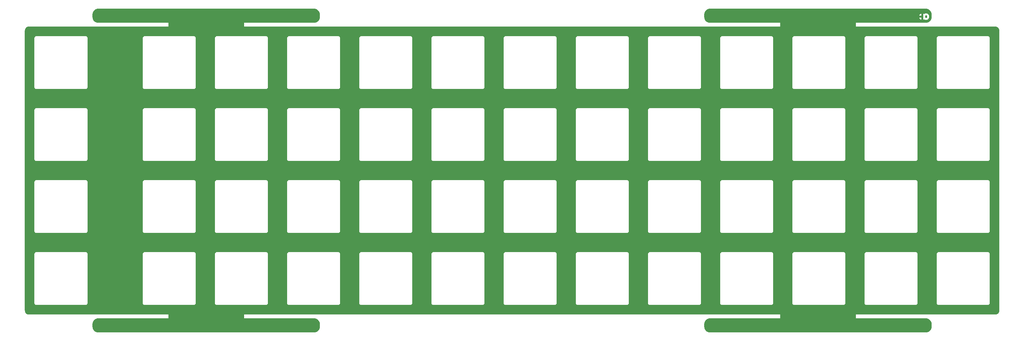
<source format=gbr>
%TF.GenerationSoftware,KiCad,Pcbnew,7.0.1-0*%
%TF.CreationDate,2023-08-02T22:38:37-05:00*%
%TF.ProjectId,plate,706c6174-652e-46b6-9963-61645f706362,rev?*%
%TF.SameCoordinates,Original*%
%TF.FileFunction,Copper,L2,Bot*%
%TF.FilePolarity,Positive*%
%FSLAX46Y46*%
G04 Gerber Fmt 4.6, Leading zero omitted, Abs format (unit mm)*
G04 Created by KiCad (PCBNEW 7.0.1-0) date 2023-08-02 22:38:37*
%MOMM*%
%LPD*%
G01*
G04 APERTURE LIST*
G04 Aperture macros list*
%AMRoundRect*
0 Rectangle with rounded corners*
0 $1 Rounding radius*
0 $2 $3 $4 $5 $6 $7 $8 $9 X,Y pos of 4 corners*
0 Add a 4 corners polygon primitive as box body*
4,1,4,$2,$3,$4,$5,$6,$7,$8,$9,$2,$3,0*
0 Add four circle primitives for the rounded corners*
1,1,$1+$1,$2,$3*
1,1,$1+$1,$4,$5*
1,1,$1+$1,$6,$7*
1,1,$1+$1,$8,$9*
0 Add four rect primitives between the rounded corners*
20,1,$1+$1,$2,$3,$4,$5,0*
20,1,$1+$1,$4,$5,$6,$7,0*
20,1,$1+$1,$6,$7,$8,$9,0*
20,1,$1+$1,$8,$9,$2,$3,0*%
G04 Aperture macros list end*
%TA.AperFunction,SMDPad,CuDef*%
%ADD10RoundRect,0.135000X0.135000X0.185000X-0.135000X0.185000X-0.135000X-0.185000X0.135000X-0.185000X0*%
%TD*%
%TA.AperFunction,ViaPad*%
%ADD11C,0.800000*%
%TD*%
%TA.AperFunction,Conductor*%
%ADD12C,0.250000*%
%TD*%
G04 APERTURE END LIST*
D10*
%TO.P,R1,1*%
%TO.N,unconnected-(R1-Pad1)*%
X256557500Y-41550000D03*
%TO.P,R1,2*%
%TO.N,GND*%
X255537500Y-41550000D03*
%TD*%
D11*
%TO.N,GND*%
X254375000Y-41550000D03*
%TD*%
D12*
%TO.N,GND*%
X255537500Y-41550000D02*
X254375000Y-41550000D01*
%TD*%
%TA.AperFunction,Conductor*%
%TO.N,GND*%
G36*
X95063792Y-39425816D02*
G01*
X95073282Y-39426494D01*
X95128738Y-39430460D01*
X95128996Y-39430479D01*
X95271864Y-39441723D01*
X95288459Y-39444170D01*
X95358413Y-39459387D01*
X95377609Y-39463563D01*
X95380124Y-39464137D01*
X95491999Y-39490996D01*
X95506353Y-39495378D01*
X95596874Y-39529139D01*
X95600871Y-39530711D01*
X95702294Y-39572723D01*
X95714223Y-39578431D01*
X95800717Y-39625659D01*
X95806062Y-39628753D01*
X95897946Y-39685060D01*
X95907466Y-39691520D01*
X95987025Y-39751077D01*
X95993246Y-39756053D01*
X96058964Y-39812181D01*
X96074519Y-39825466D01*
X96074618Y-39825550D01*
X96081768Y-39832159D01*
X96152206Y-39902596D01*
X96158815Y-39909746D01*
X96228363Y-39991176D01*
X96233339Y-39997397D01*
X96292824Y-40076858D01*
X96299281Y-40086373D01*
X96355735Y-40178497D01*
X96358790Y-40183775D01*
X96405897Y-40270043D01*
X96411625Y-40282016D01*
X96453783Y-40383794D01*
X96455404Y-40387914D01*
X96488958Y-40477876D01*
X96493350Y-40492261D01*
X96520435Y-40605076D01*
X96521027Y-40607666D01*
X96540187Y-40695745D01*
X96542639Y-40712373D01*
X96554137Y-40858454D01*
X96554203Y-40859337D01*
X96558559Y-40920234D01*
X96558875Y-40929081D01*
X96558875Y-41670569D01*
X96558559Y-41679417D01*
X96553927Y-41744163D01*
X96553861Y-41745044D01*
X96542654Y-41887440D01*
X96540202Y-41904069D01*
X96520760Y-41993443D01*
X96520168Y-41996032D01*
X96493397Y-42107541D01*
X96489005Y-42121928D01*
X96455149Y-42212698D01*
X96453528Y-42216817D01*
X96411711Y-42317771D01*
X96405982Y-42329745D01*
X96358551Y-42416608D01*
X96355447Y-42421970D01*
X96299426Y-42513389D01*
X96292965Y-42522911D01*
X96233086Y-42602899D01*
X96228108Y-42609121D01*
X96159017Y-42690014D01*
X96152409Y-42697162D01*
X96081531Y-42768040D01*
X96074382Y-42774649D01*
X95993540Y-42843695D01*
X95987317Y-42848674D01*
X95907226Y-42908627D01*
X95897707Y-42915085D01*
X95806520Y-42970965D01*
X95801156Y-42974071D01*
X95714020Y-43021650D01*
X95702047Y-43027378D01*
X95601563Y-43069000D01*
X95597443Y-43070621D01*
X95506174Y-43104662D01*
X95491787Y-43109054D01*
X95381315Y-43135575D01*
X95378726Y-43136167D01*
X95288288Y-43155840D01*
X95271659Y-43158292D01*
X95132682Y-43169229D01*
X95131800Y-43169295D01*
X95063443Y-43174184D01*
X95054597Y-43174500D01*
X76584135Y-43174500D01*
X76583929Y-43174459D01*
X76559373Y-43174459D01*
X76559182Y-43174538D01*
X76558994Y-43174615D01*
X76558990Y-43174618D01*
X76558834Y-43174999D01*
X76558851Y-43199616D01*
X76558846Y-43199616D01*
X76558875Y-43199760D01*
X76558875Y-44150240D01*
X76558834Y-44150446D01*
X76558834Y-44175000D01*
X76558875Y-44175099D01*
X76558991Y-44175382D01*
X76558992Y-44175383D01*
X76558993Y-44175384D01*
X76559183Y-44175462D01*
X76559375Y-44175541D01*
X76559377Y-44175539D01*
X76583991Y-44175524D01*
X76583991Y-44175528D01*
X76584135Y-44175500D01*
X217990865Y-44175500D01*
X217991008Y-44175528D01*
X217991009Y-44175524D01*
X218015622Y-44175539D01*
X218015625Y-44175541D01*
X218016008Y-44175383D01*
X218016125Y-44175099D01*
X218016166Y-44175000D01*
X218016166Y-44150446D01*
X218016125Y-44150240D01*
X218016125Y-43199760D01*
X218016153Y-43199616D01*
X218016149Y-43199616D01*
X218016164Y-43175002D01*
X218016166Y-43175000D01*
X218016086Y-43174808D01*
X218016009Y-43174618D01*
X218016005Y-43174614D01*
X218015819Y-43174538D01*
X218015627Y-43174459D01*
X217991071Y-43174459D01*
X217990865Y-43174500D01*
X199520051Y-43174500D01*
X199511206Y-43174184D01*
X199507529Y-43173921D01*
X199446640Y-43169566D01*
X199445758Y-43169500D01*
X199303160Y-43158278D01*
X199286531Y-43155826D01*
X199197389Y-43136435D01*
X199194799Y-43135843D01*
X199083010Y-43109005D01*
X199068626Y-43104614D01*
X199014671Y-43084491D01*
X198978185Y-43070883D01*
X198974081Y-43069268D01*
X198932120Y-43051887D01*
X198872722Y-43027283D01*
X198860761Y-43021560D01*
X198806164Y-42991749D01*
X198774300Y-42974350D01*
X198768936Y-42971245D01*
X198677052Y-42914938D01*
X198667532Y-42908478D01*
X198587973Y-42848921D01*
X198581752Y-42843945D01*
X198500380Y-42774448D01*
X198493230Y-42767839D01*
X198422792Y-42697402D01*
X198416183Y-42690252D01*
X198347032Y-42609287D01*
X198346632Y-42608818D01*
X198341659Y-42602601D01*
X198282174Y-42523140D01*
X198275724Y-42513636D01*
X198219249Y-42421477D01*
X198216223Y-42416250D01*
X198169094Y-42329940D01*
X198163381Y-42317999D01*
X198121197Y-42216158D01*
X198119594Y-42212084D01*
X198086040Y-42122122D01*
X198081650Y-42107745D01*
X198054536Y-41994807D01*
X198053989Y-41992412D01*
X198034810Y-41904252D01*
X198032359Y-41887625D01*
X198032345Y-41887443D01*
X198025462Y-41800000D01*
X254767569Y-41800000D01*
X254770333Y-41835127D01*
X254815093Y-41989192D01*
X254896764Y-42127290D01*
X255010209Y-42240735D01*
X255148304Y-42322404D01*
X255287500Y-42362844D01*
X255287500Y-41800000D01*
X254767569Y-41800000D01*
X198025462Y-41800000D01*
X198025397Y-41799180D01*
X255787000Y-41799180D01*
X255787118Y-41800668D01*
X255787500Y-41810393D01*
X255787500Y-42362844D01*
X255926693Y-42322405D01*
X255983886Y-42288581D01*
X256047008Y-42271313D01*
X256110129Y-42288581D01*
X256168107Y-42322869D01*
X256322296Y-42367665D01*
X256358319Y-42370500D01*
X256756680Y-42370499D01*
X256792704Y-42367665D01*
X256946893Y-42322869D01*
X257085098Y-42241135D01*
X257198635Y-42127598D01*
X257280369Y-41989393D01*
X257325165Y-41835204D01*
X257328000Y-41799181D01*
X257327999Y-41300820D01*
X257325165Y-41264796D01*
X257280369Y-41110607D01*
X257198635Y-40972402D01*
X257085098Y-40858865D01*
X257015463Y-40817683D01*
X256946892Y-40777130D01*
X256792706Y-40732335D01*
X256778294Y-40731201D01*
X256756681Y-40729500D01*
X256756678Y-40729500D01*
X256358320Y-40729500D01*
X256322294Y-40732335D01*
X256168107Y-40777130D01*
X256110127Y-40811419D01*
X256047007Y-40828686D01*
X255983887Y-40811418D01*
X255926695Y-40777595D01*
X255787499Y-40737155D01*
X255787500Y-40737156D01*
X255787500Y-41289592D01*
X255787118Y-41299318D01*
X255787000Y-41300817D01*
X255787000Y-41799180D01*
X198025397Y-41799180D01*
X198020834Y-41741198D01*
X198016440Y-41679777D01*
X198016125Y-41670934D01*
X198016125Y-41300000D01*
X254767569Y-41300000D01*
X255287500Y-41300000D01*
X255287500Y-40737155D01*
X255148304Y-40777595D01*
X255010209Y-40859264D01*
X254896764Y-40972709D01*
X254815093Y-41110807D01*
X254770333Y-41264872D01*
X254767569Y-41300000D01*
X198016125Y-41300000D01*
X198016125Y-40929428D01*
X198016441Y-40920583D01*
X198020821Y-40859337D01*
X198021077Y-40855757D01*
X198021136Y-40854973D01*
X198032345Y-40712547D01*
X198034794Y-40695940D01*
X198054264Y-40606439D01*
X198054822Y-40604003D01*
X198081604Y-40492447D01*
X198085990Y-40478081D01*
X198119861Y-40387268D01*
X198121456Y-40383214D01*
X198163290Y-40282218D01*
X198169016Y-40270253D01*
X198205163Y-40204055D01*
X198216457Y-40183371D01*
X198219530Y-40178063D01*
X198275589Y-40086582D01*
X198282013Y-40077115D01*
X198341947Y-39997054D01*
X198346856Y-39990918D01*
X198415985Y-39909978D01*
X198422589Y-39902836D01*
X198493467Y-39831958D01*
X198500596Y-39825367D01*
X198581491Y-39756276D01*
X198587628Y-39751365D01*
X198667803Y-39691350D01*
X198677278Y-39684921D01*
X198768520Y-39629008D01*
X198773800Y-39625951D01*
X198861002Y-39578336D01*
X198872927Y-39572631D01*
X198973500Y-39530972D01*
X198977470Y-39529410D01*
X199068865Y-39495323D01*
X199083180Y-39490953D01*
X199193793Y-39464397D01*
X199196228Y-39463841D01*
X199286722Y-39444156D01*
X199303311Y-39441709D01*
X199442572Y-39430749D01*
X199442768Y-39430734D01*
X199490385Y-39427329D01*
X199511561Y-39425816D01*
X199520403Y-39425500D01*
X256511194Y-39425500D01*
X256520041Y-39425816D01*
X256527684Y-39426362D01*
X256585220Y-39430478D01*
X256585631Y-39430509D01*
X256728056Y-39441719D01*
X256744648Y-39444165D01*
X256834328Y-39463675D01*
X256836893Y-39464262D01*
X256948126Y-39490967D01*
X256962499Y-39495355D01*
X257053531Y-39529309D01*
X257057591Y-39530906D01*
X257158337Y-39572637D01*
X257170289Y-39578355D01*
X257256896Y-39625648D01*
X257257394Y-39625920D01*
X257262755Y-39629024D01*
X257353920Y-39684890D01*
X257363440Y-39691350D01*
X257443639Y-39751386D01*
X257449847Y-39756351D01*
X257530560Y-39825287D01*
X257537688Y-39831877D01*
X257567078Y-39861267D01*
X257608745Y-39902935D01*
X257615354Y-39910084D01*
X257684215Y-39990711D01*
X257689191Y-39996931D01*
X257709077Y-40023495D01*
X257749195Y-40077087D01*
X257749305Y-40077233D01*
X257755766Y-40086755D01*
X257811508Y-40177719D01*
X257814613Y-40183082D01*
X257862303Y-40270421D01*
X257868031Y-40282394D01*
X257909547Y-40382622D01*
X257911168Y-40386742D01*
X257945297Y-40478247D01*
X257949689Y-40492632D01*
X257976160Y-40602890D01*
X257976752Y-40605480D01*
X257996466Y-40696105D01*
X257998918Y-40712734D01*
X258009842Y-40851535D01*
X258009908Y-40852417D01*
X258014809Y-40920935D01*
X258015125Y-40929782D01*
X258015125Y-41670571D01*
X258014809Y-41679418D01*
X258010179Y-41744146D01*
X258010113Y-41745029D01*
X257998904Y-41887443D01*
X257996452Y-41904072D01*
X257977018Y-41993407D01*
X257976426Y-41995995D01*
X257949641Y-42107565D01*
X257945249Y-42121951D01*
X257911436Y-42212609D01*
X257909815Y-42216729D01*
X257867943Y-42317817D01*
X257862215Y-42329790D01*
X257814868Y-42416501D01*
X257811763Y-42421864D01*
X257755623Y-42513477D01*
X257749162Y-42522999D01*
X257689449Y-42602766D01*
X257684472Y-42608987D01*
X257615157Y-42690144D01*
X257608549Y-42697293D01*
X257537920Y-42767923D01*
X257530769Y-42774532D01*
X257449575Y-42843878D01*
X257443357Y-42848853D01*
X257363679Y-42908502D01*
X257354155Y-42914965D01*
X257262330Y-42971235D01*
X257256968Y-42974339D01*
X257170508Y-43021550D01*
X257158534Y-43027279D01*
X257056989Y-43069341D01*
X257052872Y-43070961D01*
X256962706Y-43104593D01*
X256948317Y-43108986D01*
X256835747Y-43136011D01*
X256833159Y-43136603D01*
X256744852Y-43155814D01*
X256728223Y-43158266D01*
X256582328Y-43169750D01*
X256581446Y-43169816D01*
X256520388Y-43174184D01*
X256511540Y-43174500D01*
X238040385Y-43174500D01*
X238040179Y-43174459D01*
X238015623Y-43174459D01*
X238015432Y-43174538D01*
X238015244Y-43174615D01*
X238015240Y-43174618D01*
X238015084Y-43174999D01*
X238015101Y-43199616D01*
X238015096Y-43199616D01*
X238015125Y-43199760D01*
X238015125Y-44150240D01*
X238015084Y-44150446D01*
X238015084Y-44175000D01*
X238015125Y-44175099D01*
X238015242Y-44175383D01*
X238015243Y-44175384D01*
X238015433Y-44175462D01*
X238015625Y-44175541D01*
X238015627Y-44175539D01*
X238040241Y-44175524D01*
X238040241Y-44175528D01*
X238040385Y-44175500D01*
X274869587Y-44175500D01*
X274880392Y-44175972D01*
X274892433Y-44177025D01*
X274919880Y-44179426D01*
X274920961Y-44179526D01*
X275046773Y-44191918D01*
X275066687Y-44195541D01*
X275131435Y-44212890D01*
X275135202Y-44213966D01*
X275226570Y-44241681D01*
X275242959Y-44247952D01*
X275308852Y-44278679D01*
X275314889Y-44281698D01*
X275394050Y-44324010D01*
X275406709Y-44331786D01*
X275467888Y-44374624D01*
X275475427Y-44380344D01*
X275543455Y-44436172D01*
X275552472Y-44444345D01*
X275605653Y-44497526D01*
X275613826Y-44506543D01*
X275669654Y-44574571D01*
X275675374Y-44582110D01*
X275718204Y-44643276D01*
X275725988Y-44655948D01*
X275768300Y-44735109D01*
X275771324Y-44741156D01*
X275802041Y-44807027D01*
X275808320Y-44823438D01*
X275836013Y-44914730D01*
X275837127Y-44918632D01*
X275854454Y-44983299D01*
X275858082Y-45003239D01*
X275870456Y-45128882D01*
X275870581Y-45130223D01*
X275874028Y-45169604D01*
X275874500Y-45180416D01*
X275874500Y-119369584D01*
X275874028Y-119380397D01*
X275870581Y-119419776D01*
X275870456Y-119421116D01*
X275858082Y-119546759D01*
X275854454Y-119566699D01*
X275837127Y-119631366D01*
X275836013Y-119635268D01*
X275808320Y-119726560D01*
X275802041Y-119742971D01*
X275771324Y-119808842D01*
X275768300Y-119814889D01*
X275725988Y-119894050D01*
X275718204Y-119906722D01*
X275675374Y-119967888D01*
X275669654Y-119975427D01*
X275613826Y-120043455D01*
X275605653Y-120052472D01*
X275552472Y-120105653D01*
X275543455Y-120113826D01*
X275475427Y-120169654D01*
X275467888Y-120175374D01*
X275406722Y-120218204D01*
X275394050Y-120225988D01*
X275314889Y-120268300D01*
X275308842Y-120271324D01*
X275242971Y-120302041D01*
X275226560Y-120308320D01*
X275135268Y-120336013D01*
X275131366Y-120337127D01*
X275066699Y-120354454D01*
X275046759Y-120358082D01*
X274921116Y-120370456D01*
X274919776Y-120370581D01*
X274884760Y-120373646D01*
X274880392Y-120374028D01*
X274869584Y-120374500D01*
X238040385Y-120374500D01*
X238040179Y-120374459D01*
X238015623Y-120374459D01*
X238015432Y-120374538D01*
X238015244Y-120374615D01*
X238015240Y-120374618D01*
X238015084Y-120374999D01*
X238015101Y-120399616D01*
X238015096Y-120399616D01*
X238015125Y-120399760D01*
X238015125Y-121350240D01*
X238015084Y-121350446D01*
X238015084Y-121375000D01*
X238015125Y-121375099D01*
X238015241Y-121375382D01*
X238015242Y-121375383D01*
X238015243Y-121375384D01*
X238015433Y-121375461D01*
X238015625Y-121375541D01*
X238015627Y-121375539D01*
X238040241Y-121375524D01*
X238040241Y-121375528D01*
X238040385Y-121375500D01*
X256511194Y-121375500D01*
X256520041Y-121375816D01*
X256527684Y-121376362D01*
X256585220Y-121380478D01*
X256585631Y-121380509D01*
X256728056Y-121391719D01*
X256744648Y-121394165D01*
X256834328Y-121413675D01*
X256836893Y-121414262D01*
X256948126Y-121440967D01*
X256962499Y-121445355D01*
X257053531Y-121479309D01*
X257057591Y-121480906D01*
X257158337Y-121522637D01*
X257170289Y-121528355D01*
X257256896Y-121575648D01*
X257257394Y-121575920D01*
X257262755Y-121579024D01*
X257353920Y-121634890D01*
X257363440Y-121641350D01*
X257443639Y-121701386D01*
X257449847Y-121706351D01*
X257530560Y-121775287D01*
X257537688Y-121781877D01*
X257567078Y-121811267D01*
X257608745Y-121852935D01*
X257615354Y-121860084D01*
X257684215Y-121940711D01*
X257689191Y-121946931D01*
X257709077Y-121973495D01*
X257749195Y-122027087D01*
X257749305Y-122027233D01*
X257755766Y-122036755D01*
X257811508Y-122127719D01*
X257814613Y-122133082D01*
X257862303Y-122220421D01*
X257868031Y-122232394D01*
X257909547Y-122332622D01*
X257911168Y-122336742D01*
X257945297Y-122428247D01*
X257949689Y-122442632D01*
X257976160Y-122552890D01*
X257976752Y-122555480D01*
X257996466Y-122646105D01*
X257998918Y-122662734D01*
X258009842Y-122801535D01*
X258009908Y-122802417D01*
X258014809Y-122870935D01*
X258015125Y-122879782D01*
X258015125Y-123620571D01*
X258014809Y-123629418D01*
X258010179Y-123694146D01*
X258010113Y-123695029D01*
X257998904Y-123837443D01*
X257996452Y-123854072D01*
X257977018Y-123943407D01*
X257976426Y-123945995D01*
X257949641Y-124057565D01*
X257945249Y-124071951D01*
X257911436Y-124162609D01*
X257909815Y-124166729D01*
X257867943Y-124267817D01*
X257862215Y-124279790D01*
X257814868Y-124366501D01*
X257811763Y-124371864D01*
X257755623Y-124463477D01*
X257749162Y-124472999D01*
X257689449Y-124552766D01*
X257684472Y-124558987D01*
X257615157Y-124640144D01*
X257608549Y-124647293D01*
X257537920Y-124717923D01*
X257530769Y-124724532D01*
X257449575Y-124793878D01*
X257443357Y-124798853D01*
X257363679Y-124858502D01*
X257354155Y-124864965D01*
X257262330Y-124921235D01*
X257256968Y-124924339D01*
X257170508Y-124971550D01*
X257158534Y-124977279D01*
X257056989Y-125019341D01*
X257052872Y-125020961D01*
X256962706Y-125054593D01*
X256948317Y-125058986D01*
X256835747Y-125086011D01*
X256833159Y-125086603D01*
X256744852Y-125105814D01*
X256728223Y-125108266D01*
X256582328Y-125119750D01*
X256581446Y-125119816D01*
X256520388Y-125124184D01*
X256511540Y-125124500D01*
X199520051Y-125124500D01*
X199511206Y-125124184D01*
X199507529Y-125123921D01*
X199446640Y-125119566D01*
X199445758Y-125119500D01*
X199303160Y-125108278D01*
X199286531Y-125105826D01*
X199197389Y-125086435D01*
X199194799Y-125085843D01*
X199083010Y-125059005D01*
X199068626Y-125054614D01*
X199014671Y-125034491D01*
X198978185Y-125020883D01*
X198974081Y-125019268D01*
X198932120Y-125001887D01*
X198872722Y-124977283D01*
X198860761Y-124971560D01*
X198806164Y-124941749D01*
X198774300Y-124924350D01*
X198768936Y-124921245D01*
X198677052Y-124864938D01*
X198667532Y-124858478D01*
X198587973Y-124798921D01*
X198581752Y-124793945D01*
X198500380Y-124724448D01*
X198493230Y-124717839D01*
X198422792Y-124647402D01*
X198416183Y-124640252D01*
X198347032Y-124559287D01*
X198346632Y-124558818D01*
X198341659Y-124552601D01*
X198282174Y-124473140D01*
X198275724Y-124463636D01*
X198219249Y-124371477D01*
X198216223Y-124366250D01*
X198169094Y-124279940D01*
X198163381Y-124267999D01*
X198121197Y-124166158D01*
X198119594Y-124162084D01*
X198086040Y-124072122D01*
X198081650Y-124057745D01*
X198054536Y-123944807D01*
X198053989Y-123942412D01*
X198034810Y-123854252D01*
X198032359Y-123837625D01*
X198032345Y-123837443D01*
X198020834Y-123691198D01*
X198016440Y-123629777D01*
X198016125Y-123620934D01*
X198016125Y-122879428D01*
X198016441Y-122870583D01*
X198020821Y-122809337D01*
X198021077Y-122805757D01*
X198021136Y-122804973D01*
X198032345Y-122662547D01*
X198034794Y-122645940D01*
X198054264Y-122556439D01*
X198054822Y-122554003D01*
X198081604Y-122442447D01*
X198085990Y-122428081D01*
X198119861Y-122337268D01*
X198121456Y-122333214D01*
X198163290Y-122232218D01*
X198169016Y-122220253D01*
X198205163Y-122154055D01*
X198216457Y-122133371D01*
X198219530Y-122128063D01*
X198275589Y-122036582D01*
X198282013Y-122027115D01*
X198341947Y-121947054D01*
X198346856Y-121940918D01*
X198415985Y-121859978D01*
X198422589Y-121852836D01*
X198493467Y-121781958D01*
X198500596Y-121775367D01*
X198581491Y-121706276D01*
X198587628Y-121701365D01*
X198667803Y-121641350D01*
X198677278Y-121634921D01*
X198768520Y-121579008D01*
X198773800Y-121575951D01*
X198861002Y-121528336D01*
X198872927Y-121522631D01*
X198973500Y-121480972D01*
X198977470Y-121479410D01*
X199068865Y-121445323D01*
X199083180Y-121440953D01*
X199193793Y-121414397D01*
X199196228Y-121413841D01*
X199286722Y-121394156D01*
X199303311Y-121391709D01*
X199442572Y-121380749D01*
X199442768Y-121380734D01*
X199490385Y-121377329D01*
X199511561Y-121375816D01*
X199520403Y-121375500D01*
X217990865Y-121375500D01*
X217991008Y-121375528D01*
X217991009Y-121375524D01*
X218015622Y-121375539D01*
X218015625Y-121375541D01*
X218016008Y-121375383D01*
X218016125Y-121375099D01*
X218016166Y-121375000D01*
X218016166Y-121350446D01*
X218016125Y-121350240D01*
X218016125Y-120399760D01*
X218016153Y-120399616D01*
X218016149Y-120399616D01*
X218016164Y-120375002D01*
X218016166Y-120375000D01*
X218016087Y-120374808D01*
X218016009Y-120374618D01*
X218016005Y-120374614D01*
X218015819Y-120374538D01*
X218015627Y-120374459D01*
X217991071Y-120374459D01*
X217990865Y-120374500D01*
X76584135Y-120374500D01*
X76583929Y-120374459D01*
X76559373Y-120374459D01*
X76559182Y-120374538D01*
X76558994Y-120374615D01*
X76558990Y-120374618D01*
X76558834Y-120374999D01*
X76558851Y-120399616D01*
X76558846Y-120399616D01*
X76558875Y-120399760D01*
X76558875Y-121350240D01*
X76558834Y-121350446D01*
X76558834Y-121375000D01*
X76558875Y-121375099D01*
X76558991Y-121375382D01*
X76558992Y-121375383D01*
X76558993Y-121375384D01*
X76559183Y-121375461D01*
X76559375Y-121375541D01*
X76559377Y-121375539D01*
X76583991Y-121375524D01*
X76583991Y-121375528D01*
X76584135Y-121375500D01*
X95054950Y-121375500D01*
X95063792Y-121375816D01*
X95073282Y-121376494D01*
X95128738Y-121380460D01*
X95128996Y-121380479D01*
X95271864Y-121391723D01*
X95288459Y-121394170D01*
X95358413Y-121409387D01*
X95377609Y-121413563D01*
X95380124Y-121414137D01*
X95491999Y-121440996D01*
X95506353Y-121445378D01*
X95596874Y-121479139D01*
X95600871Y-121480711D01*
X95702294Y-121522723D01*
X95714223Y-121528431D01*
X95800717Y-121575659D01*
X95806062Y-121578753D01*
X95897946Y-121635060D01*
X95907466Y-121641520D01*
X95987025Y-121701077D01*
X95993246Y-121706053D01*
X96058964Y-121762181D01*
X96074519Y-121775466D01*
X96074618Y-121775550D01*
X96081768Y-121782159D01*
X96152206Y-121852596D01*
X96158815Y-121859746D01*
X96228363Y-121941176D01*
X96233339Y-121947397D01*
X96292824Y-122026858D01*
X96299281Y-122036373D01*
X96355735Y-122128497D01*
X96358790Y-122133775D01*
X96405897Y-122220043D01*
X96411625Y-122232016D01*
X96453783Y-122333794D01*
X96455404Y-122337914D01*
X96488958Y-122427876D01*
X96493350Y-122442261D01*
X96520435Y-122555076D01*
X96521027Y-122557666D01*
X96540187Y-122645745D01*
X96542639Y-122662373D01*
X96554137Y-122808454D01*
X96554203Y-122809337D01*
X96558559Y-122870234D01*
X96558875Y-122879081D01*
X96558875Y-123620569D01*
X96558559Y-123629417D01*
X96553927Y-123694163D01*
X96553861Y-123695044D01*
X96542654Y-123837440D01*
X96540202Y-123854069D01*
X96520760Y-123943443D01*
X96520168Y-123946032D01*
X96493397Y-124057541D01*
X96489005Y-124071928D01*
X96455149Y-124162698D01*
X96453528Y-124166817D01*
X96411711Y-124267771D01*
X96405982Y-124279745D01*
X96358551Y-124366608D01*
X96355447Y-124371970D01*
X96299426Y-124463389D01*
X96292965Y-124472911D01*
X96233086Y-124552899D01*
X96228108Y-124559121D01*
X96159017Y-124640014D01*
X96152409Y-124647162D01*
X96081531Y-124718040D01*
X96074382Y-124724649D01*
X95993540Y-124793695D01*
X95987317Y-124798674D01*
X95907226Y-124858627D01*
X95897707Y-124865085D01*
X95806520Y-124920965D01*
X95801156Y-124924071D01*
X95714020Y-124971650D01*
X95702047Y-124977378D01*
X95601563Y-125019000D01*
X95597443Y-125020621D01*
X95506174Y-125054662D01*
X95491787Y-125059054D01*
X95381315Y-125085575D01*
X95378726Y-125086167D01*
X95288288Y-125105840D01*
X95271659Y-125108292D01*
X95132682Y-125119229D01*
X95131800Y-125119295D01*
X95063443Y-125124184D01*
X95054597Y-125124500D01*
X38063807Y-125124500D01*
X38054959Y-125124184D01*
X38049096Y-125123764D01*
X37990058Y-125119540D01*
X37989181Y-125119474D01*
X37846963Y-125108282D01*
X37830330Y-125105830D01*
X37740692Y-125086328D01*
X37738107Y-125085736D01*
X37626878Y-125059033D01*
X37612489Y-125054640D01*
X37521496Y-125020700D01*
X37517378Y-125019080D01*
X37416674Y-124977367D01*
X37404698Y-124971637D01*
X37317604Y-124924078D01*
X37312243Y-124920974D01*
X37221078Y-124865108D01*
X37211558Y-124858648D01*
X37131359Y-124798612D01*
X37125145Y-124793641D01*
X37044442Y-124724714D01*
X37037309Y-124718120D01*
X36966250Y-124647060D01*
X36959644Y-124639914D01*
X36890783Y-124559287D01*
X36885807Y-124553067D01*
X36862975Y-124522568D01*
X36825684Y-124472752D01*
X36819242Y-124463258D01*
X36763484Y-124372269D01*
X36760400Y-124366942D01*
X36712689Y-124279565D01*
X36706970Y-124267612D01*
X36665443Y-124167356D01*
X36663830Y-124163256D01*
X36659152Y-124150714D01*
X36629700Y-124071747D01*
X36625309Y-124057366D01*
X36598815Y-123947010D01*
X36598260Y-123944583D01*
X36578530Y-123853885D01*
X36576082Y-123837278D01*
X36565134Y-123698185D01*
X36560190Y-123629068D01*
X36559875Y-123620225D01*
X36559875Y-122879426D01*
X36560191Y-122870582D01*
X36560250Y-122869755D01*
X36564862Y-122805280D01*
X36576096Y-122662539D01*
X36578543Y-122645942D01*
X36597994Y-122556530D01*
X36598572Y-122554003D01*
X36625360Y-122442422D01*
X36629744Y-122428060D01*
X36663584Y-122337331D01*
X36665159Y-122333328D01*
X36707066Y-122232156D01*
X36712770Y-122220233D01*
X36760161Y-122133442D01*
X36763196Y-122128200D01*
X36819402Y-122036480D01*
X36825805Y-122027044D01*
X36885587Y-121947183D01*
X36890499Y-121941044D01*
X36959859Y-121859834D01*
X36966431Y-121852724D01*
X37037098Y-121782056D01*
X37044209Y-121775484D01*
X37125445Y-121706102D01*
X37131619Y-121701162D01*
X37211352Y-121641473D01*
X37220810Y-121635055D01*
X37312721Y-121578732D01*
X37317993Y-121575679D01*
X37404494Y-121528446D01*
X37416453Y-121522724D01*
X37518059Y-121480637D01*
X37522075Y-121479056D01*
X37612311Y-121445399D01*
X37626662Y-121441017D01*
X37739322Y-121413970D01*
X37741766Y-121413411D01*
X37830153Y-121394182D01*
X37846766Y-121391733D01*
X37993027Y-121380221D01*
X37993163Y-121380211D01*
X38054598Y-121375815D01*
X38063443Y-121375500D01*
X56534615Y-121375500D01*
X56534758Y-121375528D01*
X56534759Y-121375524D01*
X56559372Y-121375539D01*
X56559375Y-121375541D01*
X56559758Y-121375383D01*
X56559875Y-121375099D01*
X56559916Y-121375000D01*
X56559916Y-121350446D01*
X56559875Y-121350240D01*
X56559875Y-120399760D01*
X56559903Y-120399616D01*
X56559899Y-120399616D01*
X56559914Y-120375002D01*
X56559916Y-120375000D01*
X56559837Y-120374808D01*
X56559759Y-120374618D01*
X56559755Y-120374614D01*
X56559569Y-120374538D01*
X56559377Y-120374459D01*
X56534821Y-120374459D01*
X56534615Y-120374500D01*
X19705416Y-120374500D01*
X19694606Y-120374028D01*
X19692001Y-120373800D01*
X19655223Y-120370581D01*
X19653882Y-120370456D01*
X19528239Y-120358082D01*
X19508299Y-120354454D01*
X19443632Y-120337127D01*
X19439730Y-120336013D01*
X19348438Y-120308320D01*
X19332027Y-120302041D01*
X19266156Y-120271324D01*
X19260109Y-120268300D01*
X19180948Y-120225988D01*
X19168281Y-120218207D01*
X19138983Y-120197692D01*
X19107110Y-120175374D01*
X19099571Y-120169654D01*
X19031543Y-120113826D01*
X19022526Y-120105653D01*
X18969345Y-120052472D01*
X18961172Y-120043455D01*
X18905344Y-119975427D01*
X18899624Y-119967888D01*
X18887837Y-119951055D01*
X18856786Y-119906709D01*
X18849010Y-119894050D01*
X18806698Y-119814889D01*
X18803674Y-119808842D01*
X18799292Y-119799445D01*
X18772952Y-119742959D01*
X18766681Y-119726570D01*
X18738966Y-119635202D01*
X18737890Y-119631435D01*
X18720541Y-119566687D01*
X18716918Y-119546773D01*
X18704526Y-119420961D01*
X18704417Y-119419776D01*
X18700972Y-119380392D01*
X18700500Y-119369587D01*
X18700500Y-117406394D01*
X21224500Y-117406394D01*
X21249596Y-117516350D01*
X21298532Y-117617967D01*
X21333196Y-117661433D01*
X21368854Y-117706146D01*
X21411964Y-117740525D01*
X21457032Y-117776467D01*
X21558649Y-117825403D01*
X21668606Y-117850500D01*
X21668607Y-117850500D01*
X21724901Y-117850500D01*
X21725000Y-117850500D01*
X21725500Y-117850500D01*
X34724500Y-117850500D01*
X34725099Y-117850500D01*
X34781393Y-117850500D01*
X34781394Y-117850500D01*
X34840646Y-117836976D01*
X34891351Y-117825403D01*
X34992967Y-117776467D01*
X35081146Y-117706146D01*
X35151467Y-117617967D01*
X35200403Y-117516351D01*
X35225500Y-117406394D01*
X49799500Y-117406394D01*
X49824596Y-117516350D01*
X49873532Y-117617967D01*
X49908196Y-117661433D01*
X49943854Y-117706146D01*
X49986964Y-117740525D01*
X50032032Y-117776467D01*
X50133649Y-117825403D01*
X50243606Y-117850500D01*
X50243607Y-117850500D01*
X50299901Y-117850500D01*
X50300000Y-117850500D01*
X50300500Y-117850500D01*
X63299500Y-117850500D01*
X63300099Y-117850500D01*
X63356393Y-117850500D01*
X63356394Y-117850500D01*
X63415646Y-117836976D01*
X63466351Y-117825403D01*
X63567967Y-117776467D01*
X63656146Y-117706146D01*
X63726467Y-117617967D01*
X63775403Y-117516351D01*
X63800500Y-117406394D01*
X68849500Y-117406394D01*
X68874596Y-117516350D01*
X68923532Y-117617967D01*
X68958196Y-117661433D01*
X68993854Y-117706146D01*
X69036964Y-117740525D01*
X69082032Y-117776467D01*
X69183649Y-117825403D01*
X69293606Y-117850500D01*
X69293607Y-117850500D01*
X69349901Y-117850500D01*
X69350000Y-117850500D01*
X69350500Y-117850500D01*
X82349500Y-117850500D01*
X82350099Y-117850500D01*
X82406393Y-117850500D01*
X82406394Y-117850500D01*
X82465646Y-117836976D01*
X82516351Y-117825403D01*
X82617967Y-117776467D01*
X82706146Y-117706146D01*
X82776467Y-117617967D01*
X82825403Y-117516351D01*
X82850500Y-117406394D01*
X87899500Y-117406394D01*
X87924596Y-117516350D01*
X87973532Y-117617967D01*
X88008196Y-117661433D01*
X88043854Y-117706146D01*
X88086964Y-117740525D01*
X88132032Y-117776467D01*
X88233649Y-117825403D01*
X88343606Y-117850500D01*
X88343607Y-117850500D01*
X88399901Y-117850500D01*
X88400000Y-117850500D01*
X88400500Y-117850500D01*
X101399500Y-117850500D01*
X101400099Y-117850500D01*
X101456393Y-117850500D01*
X101456394Y-117850500D01*
X101515646Y-117836976D01*
X101566351Y-117825403D01*
X101667967Y-117776467D01*
X101756146Y-117706146D01*
X101826467Y-117617967D01*
X101875403Y-117516351D01*
X101900500Y-117406394D01*
X106949500Y-117406394D01*
X106974596Y-117516350D01*
X107023532Y-117617967D01*
X107058196Y-117661433D01*
X107093854Y-117706146D01*
X107136964Y-117740525D01*
X107182032Y-117776467D01*
X107283649Y-117825403D01*
X107393606Y-117850500D01*
X107393607Y-117850500D01*
X107449901Y-117850500D01*
X107450000Y-117850500D01*
X107450500Y-117850500D01*
X120449500Y-117850500D01*
X120450099Y-117850500D01*
X120506393Y-117850500D01*
X120506394Y-117850500D01*
X120565646Y-117836976D01*
X120616351Y-117825403D01*
X120717967Y-117776467D01*
X120806146Y-117706146D01*
X120876467Y-117617967D01*
X120925403Y-117516351D01*
X120950500Y-117406394D01*
X125999500Y-117406394D01*
X126024596Y-117516350D01*
X126073532Y-117617967D01*
X126108196Y-117661433D01*
X126143854Y-117706146D01*
X126186964Y-117740525D01*
X126232032Y-117776467D01*
X126333649Y-117825403D01*
X126443606Y-117850500D01*
X126443607Y-117850500D01*
X126499901Y-117850500D01*
X126500000Y-117850500D01*
X126500500Y-117850500D01*
X139499500Y-117850500D01*
X139500099Y-117850500D01*
X139556393Y-117850500D01*
X139556394Y-117850500D01*
X139615646Y-117836976D01*
X139666351Y-117825403D01*
X139767967Y-117776467D01*
X139856146Y-117706146D01*
X139926467Y-117617967D01*
X139975403Y-117516351D01*
X140000500Y-117406394D01*
X145049500Y-117406394D01*
X145074596Y-117516350D01*
X145123532Y-117617967D01*
X145158196Y-117661433D01*
X145193854Y-117706146D01*
X145236964Y-117740525D01*
X145282032Y-117776467D01*
X145383649Y-117825403D01*
X145493606Y-117850500D01*
X145493607Y-117850500D01*
X145549901Y-117850500D01*
X145550000Y-117850500D01*
X145550500Y-117850500D01*
X158549500Y-117850500D01*
X158550099Y-117850500D01*
X158606393Y-117850500D01*
X158606394Y-117850500D01*
X158665646Y-117836976D01*
X158716351Y-117825403D01*
X158817967Y-117776467D01*
X158906146Y-117706146D01*
X158976467Y-117617967D01*
X159025403Y-117516351D01*
X159050500Y-117406394D01*
X164099500Y-117406394D01*
X164124596Y-117516350D01*
X164173532Y-117617967D01*
X164208196Y-117661433D01*
X164243854Y-117706146D01*
X164286964Y-117740525D01*
X164332032Y-117776467D01*
X164433649Y-117825403D01*
X164543606Y-117850500D01*
X164543607Y-117850500D01*
X164599901Y-117850500D01*
X164600000Y-117850500D01*
X164600500Y-117850500D01*
X177599500Y-117850500D01*
X177600099Y-117850500D01*
X177656393Y-117850500D01*
X177656394Y-117850500D01*
X177715646Y-117836976D01*
X177766351Y-117825403D01*
X177867967Y-117776467D01*
X177956146Y-117706146D01*
X178026467Y-117617967D01*
X178075403Y-117516351D01*
X178100500Y-117406394D01*
X183149500Y-117406394D01*
X183174596Y-117516350D01*
X183223532Y-117617967D01*
X183258196Y-117661433D01*
X183293854Y-117706146D01*
X183336964Y-117740525D01*
X183382032Y-117776467D01*
X183483649Y-117825403D01*
X183593606Y-117850500D01*
X183593607Y-117850500D01*
X183649901Y-117850500D01*
X183650000Y-117850500D01*
X183650500Y-117850500D01*
X196649500Y-117850500D01*
X196650099Y-117850500D01*
X196706393Y-117850500D01*
X196706394Y-117850500D01*
X196765646Y-117836976D01*
X196816351Y-117825403D01*
X196917967Y-117776467D01*
X197006146Y-117706146D01*
X197076467Y-117617967D01*
X197125403Y-117516351D01*
X197150500Y-117406394D01*
X202199500Y-117406394D01*
X202224596Y-117516350D01*
X202273532Y-117617967D01*
X202308196Y-117661433D01*
X202343854Y-117706146D01*
X202386964Y-117740525D01*
X202432032Y-117776467D01*
X202533649Y-117825403D01*
X202643606Y-117850500D01*
X202643607Y-117850500D01*
X202699901Y-117850500D01*
X202700000Y-117850500D01*
X202700500Y-117850500D01*
X215699500Y-117850500D01*
X215700099Y-117850500D01*
X215756393Y-117850500D01*
X215756394Y-117850500D01*
X215815646Y-117836976D01*
X215866351Y-117825403D01*
X215967967Y-117776467D01*
X216056146Y-117706146D01*
X216126467Y-117617967D01*
X216175403Y-117516351D01*
X216200500Y-117406394D01*
X221249500Y-117406394D01*
X221274596Y-117516350D01*
X221323532Y-117617967D01*
X221358196Y-117661433D01*
X221393854Y-117706146D01*
X221436964Y-117740525D01*
X221482032Y-117776467D01*
X221583649Y-117825403D01*
X221693606Y-117850500D01*
X221693607Y-117850500D01*
X221749901Y-117850500D01*
X221750000Y-117850500D01*
X221750500Y-117850500D01*
X234749500Y-117850500D01*
X234750099Y-117850500D01*
X234806393Y-117850500D01*
X234806394Y-117850500D01*
X234865646Y-117836976D01*
X234916351Y-117825403D01*
X235017967Y-117776467D01*
X235106146Y-117706146D01*
X235176467Y-117617967D01*
X235225403Y-117516351D01*
X235250500Y-117406394D01*
X240299500Y-117406394D01*
X240324596Y-117516350D01*
X240373532Y-117617967D01*
X240408196Y-117661433D01*
X240443854Y-117706146D01*
X240486964Y-117740525D01*
X240532032Y-117776467D01*
X240633649Y-117825403D01*
X240743606Y-117850500D01*
X240743607Y-117850500D01*
X240799901Y-117850500D01*
X240800000Y-117850500D01*
X240800500Y-117850500D01*
X253799500Y-117850500D01*
X253800099Y-117850500D01*
X253856393Y-117850500D01*
X253856394Y-117850500D01*
X253915646Y-117836976D01*
X253966351Y-117825403D01*
X254067967Y-117776467D01*
X254156146Y-117706146D01*
X254226467Y-117617967D01*
X254275403Y-117516351D01*
X254300500Y-117406394D01*
X259349500Y-117406394D01*
X259374596Y-117516350D01*
X259423532Y-117617967D01*
X259458196Y-117661433D01*
X259493854Y-117706146D01*
X259536964Y-117740525D01*
X259582032Y-117776467D01*
X259683649Y-117825403D01*
X259793606Y-117850500D01*
X259793607Y-117850500D01*
X259849901Y-117850500D01*
X259850000Y-117850500D01*
X259850500Y-117850500D01*
X272849500Y-117850500D01*
X272850099Y-117850500D01*
X272906393Y-117850500D01*
X272906394Y-117850500D01*
X272965646Y-117836976D01*
X273016351Y-117825403D01*
X273117967Y-117776467D01*
X273206146Y-117706146D01*
X273276467Y-117617967D01*
X273325403Y-117516351D01*
X273350500Y-117406393D01*
X273350500Y-117350000D01*
X273350500Y-117349500D01*
X273350500Y-104349901D01*
X273350500Y-104293607D01*
X273338002Y-104238851D01*
X273325403Y-104183649D01*
X273276467Y-104082032D01*
X273241804Y-104038567D01*
X273206146Y-103993854D01*
X273167023Y-103962654D01*
X273117967Y-103923532D01*
X273016350Y-103874596D01*
X272906394Y-103849500D01*
X272906393Y-103849500D01*
X272850099Y-103849500D01*
X259850500Y-103849500D01*
X259850000Y-103849500D01*
X259793607Y-103849500D01*
X259793606Y-103849500D01*
X259683649Y-103874596D01*
X259582032Y-103923532D01*
X259493854Y-103993854D01*
X259423532Y-104082032D01*
X259374596Y-104183649D01*
X259349500Y-104293606D01*
X259349500Y-117406394D01*
X254300500Y-117406394D01*
X254300500Y-117406393D01*
X254300500Y-117350000D01*
X254300500Y-117349500D01*
X254300500Y-104349901D01*
X254300500Y-104293607D01*
X254288002Y-104238851D01*
X254275403Y-104183649D01*
X254226467Y-104082032D01*
X254191804Y-104038567D01*
X254156146Y-103993854D01*
X254117023Y-103962654D01*
X254067967Y-103923532D01*
X253966350Y-103874596D01*
X253856394Y-103849500D01*
X253856393Y-103849500D01*
X253800099Y-103849500D01*
X240800500Y-103849500D01*
X240800000Y-103849500D01*
X240743607Y-103849500D01*
X240743606Y-103849500D01*
X240633649Y-103874596D01*
X240532032Y-103923532D01*
X240443854Y-103993854D01*
X240373532Y-104082032D01*
X240324596Y-104183649D01*
X240299500Y-104293606D01*
X240299500Y-117406394D01*
X235250500Y-117406394D01*
X235250500Y-117406393D01*
X235250500Y-117350000D01*
X235250500Y-117349500D01*
X235250500Y-104349901D01*
X235250500Y-104293607D01*
X235238002Y-104238851D01*
X235225403Y-104183649D01*
X235176467Y-104082032D01*
X235141804Y-104038567D01*
X235106146Y-103993854D01*
X235067023Y-103962654D01*
X235017967Y-103923532D01*
X234916350Y-103874596D01*
X234806394Y-103849500D01*
X234806393Y-103849500D01*
X234750099Y-103849500D01*
X221750500Y-103849500D01*
X221750000Y-103849500D01*
X221693607Y-103849500D01*
X221693606Y-103849500D01*
X221583649Y-103874596D01*
X221482032Y-103923532D01*
X221393854Y-103993854D01*
X221323532Y-104082032D01*
X221274596Y-104183649D01*
X221249500Y-104293606D01*
X221249500Y-117406394D01*
X216200500Y-117406394D01*
X216200500Y-117406393D01*
X216200500Y-117350000D01*
X216200500Y-117349500D01*
X216200500Y-104349901D01*
X216200500Y-104293607D01*
X216188002Y-104238851D01*
X216175403Y-104183649D01*
X216126467Y-104082032D01*
X216091804Y-104038567D01*
X216056146Y-103993854D01*
X216017023Y-103962654D01*
X215967967Y-103923532D01*
X215866350Y-103874596D01*
X215756394Y-103849500D01*
X215756393Y-103849500D01*
X215700099Y-103849500D01*
X202700500Y-103849500D01*
X202700000Y-103849500D01*
X202643607Y-103849500D01*
X202643606Y-103849500D01*
X202533649Y-103874596D01*
X202432032Y-103923532D01*
X202343854Y-103993854D01*
X202273532Y-104082032D01*
X202224596Y-104183649D01*
X202199500Y-104293606D01*
X202199500Y-117406394D01*
X197150500Y-117406394D01*
X197150500Y-117406393D01*
X197150500Y-117350000D01*
X197150500Y-117349500D01*
X197150500Y-104349901D01*
X197150500Y-104293607D01*
X197138002Y-104238851D01*
X197125403Y-104183649D01*
X197076467Y-104082032D01*
X197041804Y-104038567D01*
X197006146Y-103993854D01*
X196967023Y-103962654D01*
X196917967Y-103923532D01*
X196816350Y-103874596D01*
X196706394Y-103849500D01*
X196706393Y-103849500D01*
X196650099Y-103849500D01*
X183650500Y-103849500D01*
X183650000Y-103849500D01*
X183593607Y-103849500D01*
X183593606Y-103849500D01*
X183483649Y-103874596D01*
X183382032Y-103923532D01*
X183293854Y-103993854D01*
X183223532Y-104082032D01*
X183174596Y-104183649D01*
X183149500Y-104293606D01*
X183149500Y-117406394D01*
X178100500Y-117406394D01*
X178100500Y-117406393D01*
X178100500Y-117350000D01*
X178100500Y-117349500D01*
X178100500Y-104349901D01*
X178100500Y-104293607D01*
X178088002Y-104238851D01*
X178075403Y-104183649D01*
X178026467Y-104082032D01*
X177991804Y-104038567D01*
X177956146Y-103993854D01*
X177917023Y-103962654D01*
X177867967Y-103923532D01*
X177766350Y-103874596D01*
X177656394Y-103849500D01*
X177656393Y-103849500D01*
X177600099Y-103849500D01*
X164600500Y-103849500D01*
X164600000Y-103849500D01*
X164543607Y-103849500D01*
X164543606Y-103849500D01*
X164433649Y-103874596D01*
X164332032Y-103923532D01*
X164243854Y-103993854D01*
X164173532Y-104082032D01*
X164124596Y-104183649D01*
X164099500Y-104293606D01*
X164099500Y-117406394D01*
X159050500Y-117406394D01*
X159050500Y-117406393D01*
X159050500Y-117350000D01*
X159050500Y-117349500D01*
X159050500Y-104349901D01*
X159050500Y-104293607D01*
X159038002Y-104238851D01*
X159025403Y-104183649D01*
X158976467Y-104082032D01*
X158941804Y-104038567D01*
X158906146Y-103993854D01*
X158867023Y-103962654D01*
X158817967Y-103923532D01*
X158716350Y-103874596D01*
X158606394Y-103849500D01*
X158606393Y-103849500D01*
X158550099Y-103849500D01*
X145550500Y-103849500D01*
X145550000Y-103849500D01*
X145493607Y-103849500D01*
X145493606Y-103849500D01*
X145383649Y-103874596D01*
X145282032Y-103923532D01*
X145193854Y-103993854D01*
X145123532Y-104082032D01*
X145074596Y-104183649D01*
X145049500Y-104293606D01*
X145049500Y-117406394D01*
X140000500Y-117406394D01*
X140000500Y-117406393D01*
X140000500Y-117350000D01*
X140000500Y-117349500D01*
X140000500Y-104349901D01*
X140000500Y-104293607D01*
X139988002Y-104238851D01*
X139975403Y-104183649D01*
X139926467Y-104082032D01*
X139891804Y-104038567D01*
X139856146Y-103993854D01*
X139817023Y-103962654D01*
X139767967Y-103923532D01*
X139666350Y-103874596D01*
X139556394Y-103849500D01*
X139556393Y-103849500D01*
X139500099Y-103849500D01*
X126500500Y-103849500D01*
X126500000Y-103849500D01*
X126443607Y-103849500D01*
X126443606Y-103849500D01*
X126333649Y-103874596D01*
X126232032Y-103923532D01*
X126143854Y-103993854D01*
X126073532Y-104082032D01*
X126024596Y-104183649D01*
X125999500Y-104293606D01*
X125999500Y-117406394D01*
X120950500Y-117406394D01*
X120950500Y-117406393D01*
X120950500Y-117350000D01*
X120950500Y-117349500D01*
X120950500Y-104349901D01*
X120950500Y-104293607D01*
X120938002Y-104238851D01*
X120925403Y-104183649D01*
X120876467Y-104082032D01*
X120841804Y-104038567D01*
X120806146Y-103993854D01*
X120767023Y-103962654D01*
X120717967Y-103923532D01*
X120616350Y-103874596D01*
X120506394Y-103849500D01*
X120506393Y-103849500D01*
X120450099Y-103849500D01*
X107450500Y-103849500D01*
X107450000Y-103849500D01*
X107393607Y-103849500D01*
X107393606Y-103849500D01*
X107283649Y-103874596D01*
X107182032Y-103923532D01*
X107093854Y-103993854D01*
X107023532Y-104082032D01*
X106974596Y-104183649D01*
X106949500Y-104293606D01*
X106949500Y-117406394D01*
X101900500Y-117406394D01*
X101900500Y-117406393D01*
X101900500Y-117350000D01*
X101900500Y-117349500D01*
X101900500Y-104349901D01*
X101900500Y-104293607D01*
X101888002Y-104238851D01*
X101875403Y-104183649D01*
X101826467Y-104082032D01*
X101791804Y-104038567D01*
X101756146Y-103993854D01*
X101717023Y-103962654D01*
X101667967Y-103923532D01*
X101566350Y-103874596D01*
X101456394Y-103849500D01*
X101456393Y-103849500D01*
X101400099Y-103849500D01*
X88400500Y-103849500D01*
X88400000Y-103849500D01*
X88343607Y-103849500D01*
X88343606Y-103849500D01*
X88233649Y-103874596D01*
X88132032Y-103923532D01*
X88043854Y-103993854D01*
X87973532Y-104082032D01*
X87924596Y-104183649D01*
X87899500Y-104293606D01*
X87899500Y-117406394D01*
X82850500Y-117406394D01*
X82850500Y-117406393D01*
X82850500Y-117350000D01*
X82850500Y-117349500D01*
X82850500Y-104349901D01*
X82850500Y-104293607D01*
X82838002Y-104238851D01*
X82825403Y-104183649D01*
X82776467Y-104082032D01*
X82741804Y-104038567D01*
X82706146Y-103993854D01*
X82667023Y-103962654D01*
X82617967Y-103923532D01*
X82516350Y-103874596D01*
X82406394Y-103849500D01*
X82406393Y-103849500D01*
X82350099Y-103849500D01*
X69350500Y-103849500D01*
X69350000Y-103849500D01*
X69293607Y-103849500D01*
X69293606Y-103849500D01*
X69183649Y-103874596D01*
X69082032Y-103923532D01*
X68993854Y-103993854D01*
X68923532Y-104082032D01*
X68874596Y-104183649D01*
X68849500Y-104293606D01*
X68849500Y-117406394D01*
X63800500Y-117406394D01*
X63800500Y-117406393D01*
X63800500Y-117350000D01*
X63800500Y-117349500D01*
X63800500Y-104349901D01*
X63800500Y-104293607D01*
X63788002Y-104238851D01*
X63775403Y-104183649D01*
X63726467Y-104082032D01*
X63691804Y-104038567D01*
X63656146Y-103993854D01*
X63617023Y-103962654D01*
X63567967Y-103923532D01*
X63466350Y-103874596D01*
X63356394Y-103849500D01*
X63356393Y-103849500D01*
X63300099Y-103849500D01*
X50300500Y-103849500D01*
X50300000Y-103849500D01*
X50243607Y-103849500D01*
X50243606Y-103849500D01*
X50133649Y-103874596D01*
X50032032Y-103923532D01*
X49943854Y-103993854D01*
X49873532Y-104082032D01*
X49824596Y-104183649D01*
X49799500Y-104293606D01*
X49799500Y-117406394D01*
X35225500Y-117406394D01*
X35225500Y-117406393D01*
X35225500Y-117350000D01*
X35225500Y-117349500D01*
X35225500Y-104349901D01*
X35225500Y-104293607D01*
X35213002Y-104238851D01*
X35200403Y-104183649D01*
X35151467Y-104082032D01*
X35116804Y-104038567D01*
X35081146Y-103993854D01*
X35042023Y-103962654D01*
X34992967Y-103923532D01*
X34891350Y-103874596D01*
X34781394Y-103849500D01*
X34781393Y-103849500D01*
X34725099Y-103849500D01*
X21725500Y-103849500D01*
X21725000Y-103849500D01*
X21668607Y-103849500D01*
X21668606Y-103849500D01*
X21558649Y-103874596D01*
X21457032Y-103923532D01*
X21368854Y-103993854D01*
X21298532Y-104082032D01*
X21249596Y-104183649D01*
X21224500Y-104293606D01*
X21224500Y-117406394D01*
X18700500Y-117406394D01*
X18700500Y-98356394D01*
X21224500Y-98356394D01*
X21249596Y-98466350D01*
X21298532Y-98567967D01*
X21333196Y-98611433D01*
X21368854Y-98656146D01*
X21411964Y-98690525D01*
X21457032Y-98726467D01*
X21558649Y-98775403D01*
X21668606Y-98800500D01*
X21668607Y-98800500D01*
X21724901Y-98800500D01*
X21725000Y-98800500D01*
X21725500Y-98800500D01*
X34724500Y-98800500D01*
X34725099Y-98800500D01*
X34781393Y-98800500D01*
X34781394Y-98800500D01*
X34840646Y-98786976D01*
X34891351Y-98775403D01*
X34992967Y-98726467D01*
X35081146Y-98656146D01*
X35151467Y-98567967D01*
X35200403Y-98466351D01*
X35225500Y-98356394D01*
X49799500Y-98356394D01*
X49824596Y-98466350D01*
X49873532Y-98567967D01*
X49908196Y-98611433D01*
X49943854Y-98656146D01*
X49986964Y-98690525D01*
X50032032Y-98726467D01*
X50133649Y-98775403D01*
X50243606Y-98800500D01*
X50243607Y-98800500D01*
X50299901Y-98800500D01*
X50300000Y-98800500D01*
X50300500Y-98800500D01*
X63299500Y-98800500D01*
X63300099Y-98800500D01*
X63356393Y-98800500D01*
X63356394Y-98800500D01*
X63415646Y-98786976D01*
X63466351Y-98775403D01*
X63567967Y-98726467D01*
X63656146Y-98656146D01*
X63726467Y-98567967D01*
X63775403Y-98466351D01*
X63800500Y-98356394D01*
X68849500Y-98356394D01*
X68874596Y-98466350D01*
X68923532Y-98567967D01*
X68958196Y-98611433D01*
X68993854Y-98656146D01*
X69036964Y-98690525D01*
X69082032Y-98726467D01*
X69183649Y-98775403D01*
X69293606Y-98800500D01*
X69293607Y-98800500D01*
X69349901Y-98800500D01*
X69350000Y-98800500D01*
X69350500Y-98800500D01*
X82349500Y-98800500D01*
X82350099Y-98800500D01*
X82406393Y-98800500D01*
X82406394Y-98800500D01*
X82465646Y-98786976D01*
X82516351Y-98775403D01*
X82617967Y-98726467D01*
X82706146Y-98656146D01*
X82776467Y-98567967D01*
X82825403Y-98466351D01*
X82850500Y-98356394D01*
X87899500Y-98356394D01*
X87924596Y-98466350D01*
X87973532Y-98567967D01*
X88008196Y-98611433D01*
X88043854Y-98656146D01*
X88086964Y-98690525D01*
X88132032Y-98726467D01*
X88233649Y-98775403D01*
X88343606Y-98800500D01*
X88343607Y-98800500D01*
X88399901Y-98800500D01*
X88400000Y-98800500D01*
X88400500Y-98800500D01*
X101399500Y-98800500D01*
X101400099Y-98800500D01*
X101456393Y-98800500D01*
X101456394Y-98800500D01*
X101515646Y-98786976D01*
X101566351Y-98775403D01*
X101667967Y-98726467D01*
X101756146Y-98656146D01*
X101826467Y-98567967D01*
X101875403Y-98466351D01*
X101900500Y-98356394D01*
X106949500Y-98356394D01*
X106974596Y-98466350D01*
X107023532Y-98567967D01*
X107058196Y-98611433D01*
X107093854Y-98656146D01*
X107136964Y-98690525D01*
X107182032Y-98726467D01*
X107283649Y-98775403D01*
X107393606Y-98800500D01*
X107393607Y-98800500D01*
X107449901Y-98800500D01*
X107450000Y-98800500D01*
X107450500Y-98800500D01*
X120449500Y-98800500D01*
X120450099Y-98800500D01*
X120506393Y-98800500D01*
X120506394Y-98800500D01*
X120565646Y-98786976D01*
X120616351Y-98775403D01*
X120717967Y-98726467D01*
X120806146Y-98656146D01*
X120876467Y-98567967D01*
X120925403Y-98466351D01*
X120950500Y-98356394D01*
X125999500Y-98356394D01*
X126024596Y-98466350D01*
X126073532Y-98567967D01*
X126108196Y-98611433D01*
X126143854Y-98656146D01*
X126186964Y-98690525D01*
X126232032Y-98726467D01*
X126333649Y-98775403D01*
X126443606Y-98800500D01*
X126443607Y-98800500D01*
X126499901Y-98800500D01*
X126500000Y-98800500D01*
X126500500Y-98800500D01*
X139499500Y-98800500D01*
X139500099Y-98800500D01*
X139556393Y-98800500D01*
X139556394Y-98800500D01*
X139615646Y-98786976D01*
X139666351Y-98775403D01*
X139767967Y-98726467D01*
X139856146Y-98656146D01*
X139926467Y-98567967D01*
X139975403Y-98466351D01*
X140000500Y-98356394D01*
X145049500Y-98356394D01*
X145074596Y-98466350D01*
X145123532Y-98567967D01*
X145158196Y-98611433D01*
X145193854Y-98656146D01*
X145236964Y-98690525D01*
X145282032Y-98726467D01*
X145383649Y-98775403D01*
X145493606Y-98800500D01*
X145493607Y-98800500D01*
X145549901Y-98800500D01*
X145550000Y-98800500D01*
X145550500Y-98800500D01*
X158549500Y-98800500D01*
X158550099Y-98800500D01*
X158606393Y-98800500D01*
X158606394Y-98800500D01*
X158665646Y-98786976D01*
X158716351Y-98775403D01*
X158817967Y-98726467D01*
X158906146Y-98656146D01*
X158976467Y-98567967D01*
X159025403Y-98466351D01*
X159050500Y-98356394D01*
X164099500Y-98356394D01*
X164124596Y-98466350D01*
X164173532Y-98567967D01*
X164208196Y-98611433D01*
X164243854Y-98656146D01*
X164286964Y-98690525D01*
X164332032Y-98726467D01*
X164433649Y-98775403D01*
X164543606Y-98800500D01*
X164543607Y-98800500D01*
X164599901Y-98800500D01*
X164600000Y-98800500D01*
X164600500Y-98800500D01*
X177599500Y-98800500D01*
X177600099Y-98800500D01*
X177656393Y-98800500D01*
X177656394Y-98800500D01*
X177715646Y-98786976D01*
X177766351Y-98775403D01*
X177867967Y-98726467D01*
X177956146Y-98656146D01*
X178026467Y-98567967D01*
X178075403Y-98466351D01*
X178100500Y-98356394D01*
X183149500Y-98356394D01*
X183174596Y-98466350D01*
X183223532Y-98567967D01*
X183258196Y-98611433D01*
X183293854Y-98656146D01*
X183336964Y-98690525D01*
X183382032Y-98726467D01*
X183483649Y-98775403D01*
X183593606Y-98800500D01*
X183593607Y-98800500D01*
X183649901Y-98800500D01*
X183650000Y-98800500D01*
X183650500Y-98800500D01*
X196649500Y-98800500D01*
X196650099Y-98800500D01*
X196706393Y-98800500D01*
X196706394Y-98800500D01*
X196765646Y-98786976D01*
X196816351Y-98775403D01*
X196917967Y-98726467D01*
X197006146Y-98656146D01*
X197076467Y-98567967D01*
X197125403Y-98466351D01*
X197150500Y-98356394D01*
X202199500Y-98356394D01*
X202224596Y-98466350D01*
X202273532Y-98567967D01*
X202308196Y-98611433D01*
X202343854Y-98656146D01*
X202386964Y-98690525D01*
X202432032Y-98726467D01*
X202533649Y-98775403D01*
X202643606Y-98800500D01*
X202643607Y-98800500D01*
X202699901Y-98800500D01*
X202700000Y-98800500D01*
X202700500Y-98800500D01*
X215699500Y-98800500D01*
X215700099Y-98800500D01*
X215756393Y-98800500D01*
X215756394Y-98800500D01*
X215815646Y-98786976D01*
X215866351Y-98775403D01*
X215967967Y-98726467D01*
X216056146Y-98656146D01*
X216126467Y-98567967D01*
X216175403Y-98466351D01*
X216200500Y-98356394D01*
X221249500Y-98356394D01*
X221274596Y-98466350D01*
X221323532Y-98567967D01*
X221358196Y-98611433D01*
X221393854Y-98656146D01*
X221436964Y-98690525D01*
X221482032Y-98726467D01*
X221583649Y-98775403D01*
X221693606Y-98800500D01*
X221693607Y-98800500D01*
X221749901Y-98800500D01*
X221750000Y-98800500D01*
X221750500Y-98800500D01*
X234749500Y-98800500D01*
X234750099Y-98800500D01*
X234806393Y-98800500D01*
X234806394Y-98800500D01*
X234865646Y-98786976D01*
X234916351Y-98775403D01*
X235017967Y-98726467D01*
X235106146Y-98656146D01*
X235176467Y-98567967D01*
X235225403Y-98466351D01*
X235250500Y-98356394D01*
X240299500Y-98356394D01*
X240324596Y-98466350D01*
X240373532Y-98567967D01*
X240408196Y-98611433D01*
X240443854Y-98656146D01*
X240486964Y-98690525D01*
X240532032Y-98726467D01*
X240633649Y-98775403D01*
X240743606Y-98800500D01*
X240743607Y-98800500D01*
X240799901Y-98800500D01*
X240800000Y-98800500D01*
X240800500Y-98800500D01*
X253799500Y-98800500D01*
X253800099Y-98800500D01*
X253856393Y-98800500D01*
X253856394Y-98800500D01*
X253915646Y-98786976D01*
X253966351Y-98775403D01*
X254067967Y-98726467D01*
X254156146Y-98656146D01*
X254226467Y-98567967D01*
X254275403Y-98466351D01*
X254300500Y-98356394D01*
X259349500Y-98356394D01*
X259374596Y-98466350D01*
X259423532Y-98567967D01*
X259458196Y-98611433D01*
X259493854Y-98656146D01*
X259536964Y-98690525D01*
X259582032Y-98726467D01*
X259683649Y-98775403D01*
X259793606Y-98800500D01*
X259793607Y-98800500D01*
X259849901Y-98800500D01*
X259850000Y-98800500D01*
X259850500Y-98800500D01*
X272849500Y-98800500D01*
X272850099Y-98800500D01*
X272906393Y-98800500D01*
X272906394Y-98800500D01*
X272965646Y-98786976D01*
X273016351Y-98775403D01*
X273117967Y-98726467D01*
X273206146Y-98656146D01*
X273276467Y-98567967D01*
X273325403Y-98466351D01*
X273350500Y-98356393D01*
X273350500Y-98300000D01*
X273350500Y-98299500D01*
X273350500Y-85299901D01*
X273350500Y-85243607D01*
X273338002Y-85188851D01*
X273325403Y-85133649D01*
X273276467Y-85032032D01*
X273241804Y-84988567D01*
X273206146Y-84943854D01*
X273167023Y-84912654D01*
X273117967Y-84873532D01*
X273016350Y-84824596D01*
X272906394Y-84799500D01*
X272906393Y-84799500D01*
X272850099Y-84799500D01*
X259850500Y-84799500D01*
X259850000Y-84799500D01*
X259793607Y-84799500D01*
X259793606Y-84799500D01*
X259683649Y-84824596D01*
X259582032Y-84873532D01*
X259493854Y-84943854D01*
X259423532Y-85032032D01*
X259374596Y-85133649D01*
X259349500Y-85243606D01*
X259349500Y-98356394D01*
X254300500Y-98356394D01*
X254300500Y-98356393D01*
X254300500Y-98300000D01*
X254300500Y-98299500D01*
X254300500Y-85299901D01*
X254300500Y-85243607D01*
X254288002Y-85188851D01*
X254275403Y-85133649D01*
X254226467Y-85032032D01*
X254191804Y-84988567D01*
X254156146Y-84943854D01*
X254117023Y-84912654D01*
X254067967Y-84873532D01*
X253966350Y-84824596D01*
X253856394Y-84799500D01*
X253856393Y-84799500D01*
X253800099Y-84799500D01*
X240800500Y-84799500D01*
X240800000Y-84799500D01*
X240743607Y-84799500D01*
X240743606Y-84799500D01*
X240633649Y-84824596D01*
X240532032Y-84873532D01*
X240443854Y-84943854D01*
X240373532Y-85032032D01*
X240324596Y-85133649D01*
X240299500Y-85243606D01*
X240299500Y-98356394D01*
X235250500Y-98356394D01*
X235250500Y-98356393D01*
X235250500Y-98300000D01*
X235250500Y-98299500D01*
X235250500Y-85299901D01*
X235250500Y-85243607D01*
X235238002Y-85188851D01*
X235225403Y-85133649D01*
X235176467Y-85032032D01*
X235141804Y-84988567D01*
X235106146Y-84943854D01*
X235067023Y-84912654D01*
X235017967Y-84873532D01*
X234916350Y-84824596D01*
X234806394Y-84799500D01*
X234806393Y-84799500D01*
X234750099Y-84799500D01*
X221750500Y-84799500D01*
X221750000Y-84799500D01*
X221693607Y-84799500D01*
X221693606Y-84799500D01*
X221583649Y-84824596D01*
X221482032Y-84873532D01*
X221393854Y-84943854D01*
X221323532Y-85032032D01*
X221274596Y-85133649D01*
X221249500Y-85243606D01*
X221249500Y-98356394D01*
X216200500Y-98356394D01*
X216200500Y-98356393D01*
X216200500Y-98300000D01*
X216200500Y-98299500D01*
X216200500Y-85299901D01*
X216200500Y-85243607D01*
X216188002Y-85188851D01*
X216175403Y-85133649D01*
X216126467Y-85032032D01*
X216091804Y-84988567D01*
X216056146Y-84943854D01*
X216017023Y-84912654D01*
X215967967Y-84873532D01*
X215866350Y-84824596D01*
X215756394Y-84799500D01*
X215756393Y-84799500D01*
X215700099Y-84799500D01*
X202700500Y-84799500D01*
X202700000Y-84799500D01*
X202643607Y-84799500D01*
X202643606Y-84799500D01*
X202533649Y-84824596D01*
X202432032Y-84873532D01*
X202343854Y-84943854D01*
X202273532Y-85032032D01*
X202224596Y-85133649D01*
X202199500Y-85243606D01*
X202199500Y-98356394D01*
X197150500Y-98356394D01*
X197150500Y-98356393D01*
X197150500Y-98300000D01*
X197150500Y-98299500D01*
X197150500Y-85299901D01*
X197150500Y-85243607D01*
X197138002Y-85188851D01*
X197125403Y-85133649D01*
X197076467Y-85032032D01*
X197041804Y-84988567D01*
X197006146Y-84943854D01*
X196967023Y-84912654D01*
X196917967Y-84873532D01*
X196816350Y-84824596D01*
X196706394Y-84799500D01*
X196706393Y-84799500D01*
X196650099Y-84799500D01*
X183650500Y-84799500D01*
X183650000Y-84799500D01*
X183593607Y-84799500D01*
X183593606Y-84799500D01*
X183483649Y-84824596D01*
X183382032Y-84873532D01*
X183293854Y-84943854D01*
X183223532Y-85032032D01*
X183174596Y-85133649D01*
X183149500Y-85243606D01*
X183149500Y-98356394D01*
X178100500Y-98356394D01*
X178100500Y-98356393D01*
X178100500Y-98300000D01*
X178100500Y-98299500D01*
X178100500Y-85299901D01*
X178100500Y-85243607D01*
X178088002Y-85188851D01*
X178075403Y-85133649D01*
X178026467Y-85032032D01*
X177991804Y-84988567D01*
X177956146Y-84943854D01*
X177917023Y-84912654D01*
X177867967Y-84873532D01*
X177766350Y-84824596D01*
X177656394Y-84799500D01*
X177656393Y-84799500D01*
X177600099Y-84799500D01*
X164600500Y-84799500D01*
X164600000Y-84799500D01*
X164543607Y-84799500D01*
X164543606Y-84799500D01*
X164433649Y-84824596D01*
X164332032Y-84873532D01*
X164243854Y-84943854D01*
X164173532Y-85032032D01*
X164124596Y-85133649D01*
X164099500Y-85243606D01*
X164099500Y-98356394D01*
X159050500Y-98356394D01*
X159050500Y-98356393D01*
X159050500Y-98300000D01*
X159050500Y-98299500D01*
X159050500Y-85299901D01*
X159050500Y-85243607D01*
X159038002Y-85188851D01*
X159025403Y-85133649D01*
X158976467Y-85032032D01*
X158941804Y-84988567D01*
X158906146Y-84943854D01*
X158867023Y-84912654D01*
X158817967Y-84873532D01*
X158716350Y-84824596D01*
X158606394Y-84799500D01*
X158606393Y-84799500D01*
X158550099Y-84799500D01*
X145550500Y-84799500D01*
X145550000Y-84799500D01*
X145493607Y-84799500D01*
X145493606Y-84799500D01*
X145383649Y-84824596D01*
X145282032Y-84873532D01*
X145193854Y-84943854D01*
X145123532Y-85032032D01*
X145074596Y-85133649D01*
X145049500Y-85243606D01*
X145049500Y-98356394D01*
X140000500Y-98356394D01*
X140000500Y-98356393D01*
X140000500Y-98300000D01*
X140000500Y-98299500D01*
X140000500Y-85299901D01*
X140000500Y-85243607D01*
X139988002Y-85188851D01*
X139975403Y-85133649D01*
X139926467Y-85032032D01*
X139891804Y-84988567D01*
X139856146Y-84943854D01*
X139817023Y-84912654D01*
X139767967Y-84873532D01*
X139666350Y-84824596D01*
X139556394Y-84799500D01*
X139556393Y-84799500D01*
X139500099Y-84799500D01*
X126500500Y-84799500D01*
X126500000Y-84799500D01*
X126443607Y-84799500D01*
X126443606Y-84799500D01*
X126333649Y-84824596D01*
X126232032Y-84873532D01*
X126143854Y-84943854D01*
X126073532Y-85032032D01*
X126024596Y-85133649D01*
X125999500Y-85243606D01*
X125999500Y-98356394D01*
X120950500Y-98356394D01*
X120950500Y-98356393D01*
X120950500Y-98300000D01*
X120950500Y-98299500D01*
X120950500Y-85299901D01*
X120950500Y-85243607D01*
X120938002Y-85188851D01*
X120925403Y-85133649D01*
X120876467Y-85032032D01*
X120841804Y-84988567D01*
X120806146Y-84943854D01*
X120767023Y-84912654D01*
X120717967Y-84873532D01*
X120616350Y-84824596D01*
X120506394Y-84799500D01*
X120506393Y-84799500D01*
X120450099Y-84799500D01*
X107450500Y-84799500D01*
X107450000Y-84799500D01*
X107393607Y-84799500D01*
X107393606Y-84799500D01*
X107283649Y-84824596D01*
X107182032Y-84873532D01*
X107093854Y-84943854D01*
X107023532Y-85032032D01*
X106974596Y-85133649D01*
X106949500Y-85243606D01*
X106949500Y-98356394D01*
X101900500Y-98356394D01*
X101900500Y-98356393D01*
X101900500Y-98300000D01*
X101900500Y-98299500D01*
X101900500Y-85299901D01*
X101900500Y-85243607D01*
X101888002Y-85188851D01*
X101875403Y-85133649D01*
X101826467Y-85032032D01*
X101791804Y-84988567D01*
X101756146Y-84943854D01*
X101717023Y-84912654D01*
X101667967Y-84873532D01*
X101566350Y-84824596D01*
X101456394Y-84799500D01*
X101456393Y-84799500D01*
X101400099Y-84799500D01*
X88400500Y-84799500D01*
X88400000Y-84799500D01*
X88343607Y-84799500D01*
X88343606Y-84799500D01*
X88233649Y-84824596D01*
X88132032Y-84873532D01*
X88043854Y-84943854D01*
X87973532Y-85032032D01*
X87924596Y-85133649D01*
X87899500Y-85243606D01*
X87899500Y-98356394D01*
X82850500Y-98356394D01*
X82850500Y-98356393D01*
X82850500Y-98300000D01*
X82850500Y-98299500D01*
X82850500Y-85299901D01*
X82850500Y-85243607D01*
X82838002Y-85188851D01*
X82825403Y-85133649D01*
X82776467Y-85032032D01*
X82741804Y-84988567D01*
X82706146Y-84943854D01*
X82667023Y-84912654D01*
X82617967Y-84873532D01*
X82516350Y-84824596D01*
X82406394Y-84799500D01*
X82406393Y-84799500D01*
X82350099Y-84799500D01*
X69350500Y-84799500D01*
X69350000Y-84799500D01*
X69293607Y-84799500D01*
X69293606Y-84799500D01*
X69183649Y-84824596D01*
X69082032Y-84873532D01*
X68993854Y-84943854D01*
X68923532Y-85032032D01*
X68874596Y-85133649D01*
X68849500Y-85243606D01*
X68849500Y-98356394D01*
X63800500Y-98356394D01*
X63800500Y-98356393D01*
X63800500Y-98300000D01*
X63800500Y-98299500D01*
X63800500Y-85299901D01*
X63800500Y-85243607D01*
X63788002Y-85188851D01*
X63775403Y-85133649D01*
X63726467Y-85032032D01*
X63691804Y-84988567D01*
X63656146Y-84943854D01*
X63617023Y-84912654D01*
X63567967Y-84873532D01*
X63466350Y-84824596D01*
X63356394Y-84799500D01*
X63356393Y-84799500D01*
X63300099Y-84799500D01*
X50300500Y-84799500D01*
X50300000Y-84799500D01*
X50243607Y-84799500D01*
X50243606Y-84799500D01*
X50133649Y-84824596D01*
X50032032Y-84873532D01*
X49943854Y-84943854D01*
X49873532Y-85032032D01*
X49824596Y-85133649D01*
X49799500Y-85243606D01*
X49799500Y-98356394D01*
X35225500Y-98356394D01*
X35225500Y-98356393D01*
X35225500Y-98300000D01*
X35225500Y-98299500D01*
X35225500Y-85299901D01*
X35225500Y-85243607D01*
X35213002Y-85188851D01*
X35200403Y-85133649D01*
X35151467Y-85032032D01*
X35116804Y-84988567D01*
X35081146Y-84943854D01*
X35042023Y-84912654D01*
X34992967Y-84873532D01*
X34891350Y-84824596D01*
X34781394Y-84799500D01*
X34781393Y-84799500D01*
X34725099Y-84799500D01*
X21725500Y-84799500D01*
X21725000Y-84799500D01*
X21668607Y-84799500D01*
X21668606Y-84799500D01*
X21558649Y-84824596D01*
X21457032Y-84873532D01*
X21368854Y-84943854D01*
X21298532Y-85032032D01*
X21249596Y-85133649D01*
X21224500Y-85243606D01*
X21224500Y-98356394D01*
X18700500Y-98356394D01*
X18700500Y-79306394D01*
X21224500Y-79306394D01*
X21249596Y-79416350D01*
X21298532Y-79517967D01*
X21333196Y-79561433D01*
X21368854Y-79606146D01*
X21411964Y-79640525D01*
X21457032Y-79676467D01*
X21558649Y-79725403D01*
X21668606Y-79750500D01*
X21668607Y-79750500D01*
X21724901Y-79750500D01*
X21725000Y-79750500D01*
X21725500Y-79750500D01*
X34724500Y-79750500D01*
X34725099Y-79750500D01*
X34781393Y-79750500D01*
X34781394Y-79750500D01*
X34840646Y-79736976D01*
X34891351Y-79725403D01*
X34992967Y-79676467D01*
X35081146Y-79606146D01*
X35151467Y-79517967D01*
X35200403Y-79416351D01*
X35225500Y-79306394D01*
X49799500Y-79306394D01*
X49824596Y-79416350D01*
X49873532Y-79517967D01*
X49908196Y-79561433D01*
X49943854Y-79606146D01*
X49986964Y-79640525D01*
X50032032Y-79676467D01*
X50133649Y-79725403D01*
X50243606Y-79750500D01*
X50243607Y-79750500D01*
X50299901Y-79750500D01*
X50300000Y-79750500D01*
X50300500Y-79750500D01*
X63299500Y-79750500D01*
X63300099Y-79750500D01*
X63356393Y-79750500D01*
X63356394Y-79750500D01*
X63415646Y-79736976D01*
X63466351Y-79725403D01*
X63567967Y-79676467D01*
X63656146Y-79606146D01*
X63726467Y-79517967D01*
X63775403Y-79416351D01*
X63800500Y-79306394D01*
X68849500Y-79306394D01*
X68874596Y-79416350D01*
X68923532Y-79517967D01*
X68958196Y-79561433D01*
X68993854Y-79606146D01*
X69036964Y-79640525D01*
X69082032Y-79676467D01*
X69183649Y-79725403D01*
X69293606Y-79750500D01*
X69293607Y-79750500D01*
X69349901Y-79750500D01*
X69350000Y-79750500D01*
X69350500Y-79750500D01*
X82349500Y-79750500D01*
X82350099Y-79750500D01*
X82406393Y-79750500D01*
X82406394Y-79750500D01*
X82465646Y-79736976D01*
X82516351Y-79725403D01*
X82617967Y-79676467D01*
X82706146Y-79606146D01*
X82776467Y-79517967D01*
X82825403Y-79416351D01*
X82850500Y-79306394D01*
X87899500Y-79306394D01*
X87924596Y-79416350D01*
X87973532Y-79517967D01*
X88008196Y-79561433D01*
X88043854Y-79606146D01*
X88086964Y-79640525D01*
X88132032Y-79676467D01*
X88233649Y-79725403D01*
X88343606Y-79750500D01*
X88343607Y-79750500D01*
X88399901Y-79750500D01*
X88400000Y-79750500D01*
X88400500Y-79750500D01*
X101399500Y-79750500D01*
X101400099Y-79750500D01*
X101456393Y-79750500D01*
X101456394Y-79750500D01*
X101515646Y-79736976D01*
X101566351Y-79725403D01*
X101667967Y-79676467D01*
X101756146Y-79606146D01*
X101826467Y-79517967D01*
X101875403Y-79416351D01*
X101900500Y-79306394D01*
X106949500Y-79306394D01*
X106974596Y-79416350D01*
X107023532Y-79517967D01*
X107058196Y-79561433D01*
X107093854Y-79606146D01*
X107136964Y-79640525D01*
X107182032Y-79676467D01*
X107283649Y-79725403D01*
X107393606Y-79750500D01*
X107393607Y-79750500D01*
X107449901Y-79750500D01*
X107450000Y-79750500D01*
X107450500Y-79750500D01*
X120449500Y-79750500D01*
X120450099Y-79750500D01*
X120506393Y-79750500D01*
X120506394Y-79750500D01*
X120565646Y-79736976D01*
X120616351Y-79725403D01*
X120717967Y-79676467D01*
X120806146Y-79606146D01*
X120876467Y-79517967D01*
X120925403Y-79416351D01*
X120950500Y-79306394D01*
X125999500Y-79306394D01*
X126024596Y-79416350D01*
X126073532Y-79517967D01*
X126108196Y-79561433D01*
X126143854Y-79606146D01*
X126186964Y-79640525D01*
X126232032Y-79676467D01*
X126333649Y-79725403D01*
X126443606Y-79750500D01*
X126443607Y-79750500D01*
X126499901Y-79750500D01*
X126500000Y-79750500D01*
X126500500Y-79750500D01*
X139499500Y-79750500D01*
X139500099Y-79750500D01*
X139556393Y-79750500D01*
X139556394Y-79750500D01*
X139615646Y-79736976D01*
X139666351Y-79725403D01*
X139767967Y-79676467D01*
X139856146Y-79606146D01*
X139926467Y-79517967D01*
X139975403Y-79416351D01*
X140000500Y-79306394D01*
X145049500Y-79306394D01*
X145074596Y-79416350D01*
X145123532Y-79517967D01*
X145158196Y-79561433D01*
X145193854Y-79606146D01*
X145236964Y-79640525D01*
X145282032Y-79676467D01*
X145383649Y-79725403D01*
X145493606Y-79750500D01*
X145493607Y-79750500D01*
X145549901Y-79750500D01*
X145550000Y-79750500D01*
X145550500Y-79750500D01*
X158549500Y-79750500D01*
X158550099Y-79750500D01*
X158606393Y-79750500D01*
X158606394Y-79750500D01*
X158665646Y-79736976D01*
X158716351Y-79725403D01*
X158817967Y-79676467D01*
X158906146Y-79606146D01*
X158976467Y-79517967D01*
X159025403Y-79416351D01*
X159050500Y-79306394D01*
X164099500Y-79306394D01*
X164124596Y-79416350D01*
X164173532Y-79517967D01*
X164208196Y-79561433D01*
X164243854Y-79606146D01*
X164286964Y-79640525D01*
X164332032Y-79676467D01*
X164433649Y-79725403D01*
X164543606Y-79750500D01*
X164543607Y-79750500D01*
X164599901Y-79750500D01*
X164600000Y-79750500D01*
X164600500Y-79750500D01*
X177599500Y-79750500D01*
X177600099Y-79750500D01*
X177656393Y-79750500D01*
X177656394Y-79750500D01*
X177715646Y-79736976D01*
X177766351Y-79725403D01*
X177867967Y-79676467D01*
X177956146Y-79606146D01*
X178026467Y-79517967D01*
X178075403Y-79416351D01*
X178100500Y-79306394D01*
X183149500Y-79306394D01*
X183174596Y-79416350D01*
X183223532Y-79517967D01*
X183258196Y-79561433D01*
X183293854Y-79606146D01*
X183336964Y-79640525D01*
X183382032Y-79676467D01*
X183483649Y-79725403D01*
X183593606Y-79750500D01*
X183593607Y-79750500D01*
X183649901Y-79750500D01*
X183650000Y-79750500D01*
X183650500Y-79750500D01*
X196649500Y-79750500D01*
X196650099Y-79750500D01*
X196706393Y-79750500D01*
X196706394Y-79750500D01*
X196765646Y-79736976D01*
X196816351Y-79725403D01*
X196917967Y-79676467D01*
X197006146Y-79606146D01*
X197076467Y-79517967D01*
X197125403Y-79416351D01*
X197150500Y-79306394D01*
X202199500Y-79306394D01*
X202224596Y-79416350D01*
X202273532Y-79517967D01*
X202308196Y-79561433D01*
X202343854Y-79606146D01*
X202386964Y-79640525D01*
X202432032Y-79676467D01*
X202533649Y-79725403D01*
X202643606Y-79750500D01*
X202643607Y-79750500D01*
X202699901Y-79750500D01*
X202700000Y-79750500D01*
X202700500Y-79750500D01*
X215699500Y-79750500D01*
X215700099Y-79750500D01*
X215756393Y-79750500D01*
X215756394Y-79750500D01*
X215815646Y-79736976D01*
X215866351Y-79725403D01*
X215967967Y-79676467D01*
X216056146Y-79606146D01*
X216126467Y-79517967D01*
X216175403Y-79416351D01*
X216200500Y-79306394D01*
X221249500Y-79306394D01*
X221274596Y-79416350D01*
X221323532Y-79517967D01*
X221358196Y-79561433D01*
X221393854Y-79606146D01*
X221436964Y-79640525D01*
X221482032Y-79676467D01*
X221583649Y-79725403D01*
X221693606Y-79750500D01*
X221693607Y-79750500D01*
X221749901Y-79750500D01*
X221750000Y-79750500D01*
X221750500Y-79750500D01*
X234749500Y-79750500D01*
X234750099Y-79750500D01*
X234806393Y-79750500D01*
X234806394Y-79750500D01*
X234865646Y-79736976D01*
X234916351Y-79725403D01*
X235017967Y-79676467D01*
X235106146Y-79606146D01*
X235176467Y-79517967D01*
X235225403Y-79416351D01*
X235250500Y-79306394D01*
X240299500Y-79306394D01*
X240324596Y-79416350D01*
X240373532Y-79517967D01*
X240408196Y-79561433D01*
X240443854Y-79606146D01*
X240486964Y-79640525D01*
X240532032Y-79676467D01*
X240633649Y-79725403D01*
X240743606Y-79750500D01*
X240743607Y-79750500D01*
X240799901Y-79750500D01*
X240800000Y-79750500D01*
X240800500Y-79750500D01*
X253799500Y-79750500D01*
X253800099Y-79750500D01*
X253856393Y-79750500D01*
X253856394Y-79750500D01*
X253915646Y-79736976D01*
X253966351Y-79725403D01*
X254067967Y-79676467D01*
X254156146Y-79606146D01*
X254226467Y-79517967D01*
X254275403Y-79416351D01*
X254300500Y-79306394D01*
X259349500Y-79306394D01*
X259374596Y-79416350D01*
X259423532Y-79517967D01*
X259458196Y-79561433D01*
X259493854Y-79606146D01*
X259536964Y-79640525D01*
X259582032Y-79676467D01*
X259683649Y-79725403D01*
X259793606Y-79750500D01*
X259793607Y-79750500D01*
X259849901Y-79750500D01*
X259850000Y-79750500D01*
X259850500Y-79750500D01*
X272849500Y-79750500D01*
X272850099Y-79750500D01*
X272906393Y-79750500D01*
X272906394Y-79750500D01*
X272965646Y-79736976D01*
X273016351Y-79725403D01*
X273117967Y-79676467D01*
X273206146Y-79606146D01*
X273276467Y-79517967D01*
X273325403Y-79416351D01*
X273350500Y-79306393D01*
X273350500Y-79250000D01*
X273350500Y-79249500D01*
X273350500Y-66249901D01*
X273350500Y-66193607D01*
X273338002Y-66138851D01*
X273325403Y-66083649D01*
X273276467Y-65982032D01*
X273241804Y-65938567D01*
X273206146Y-65893854D01*
X273167023Y-65862654D01*
X273117967Y-65823532D01*
X273016350Y-65774596D01*
X272906394Y-65749500D01*
X272906393Y-65749500D01*
X272850099Y-65749500D01*
X259850500Y-65749500D01*
X259850000Y-65749500D01*
X259793607Y-65749500D01*
X259793606Y-65749500D01*
X259683649Y-65774596D01*
X259582032Y-65823532D01*
X259493854Y-65893854D01*
X259423532Y-65982032D01*
X259374596Y-66083649D01*
X259349500Y-66193606D01*
X259349500Y-79306394D01*
X254300500Y-79306394D01*
X254300500Y-79306393D01*
X254300500Y-79250000D01*
X254300500Y-79249500D01*
X254300500Y-66249901D01*
X254300500Y-66193607D01*
X254288002Y-66138851D01*
X254275403Y-66083649D01*
X254226467Y-65982032D01*
X254191804Y-65938567D01*
X254156146Y-65893854D01*
X254117023Y-65862654D01*
X254067967Y-65823532D01*
X253966350Y-65774596D01*
X253856394Y-65749500D01*
X253856393Y-65749500D01*
X253800099Y-65749500D01*
X240800500Y-65749500D01*
X240800000Y-65749500D01*
X240743607Y-65749500D01*
X240743606Y-65749500D01*
X240633649Y-65774596D01*
X240532032Y-65823532D01*
X240443854Y-65893854D01*
X240373532Y-65982032D01*
X240324596Y-66083649D01*
X240299500Y-66193606D01*
X240299500Y-79306394D01*
X235250500Y-79306394D01*
X235250500Y-79306393D01*
X235250500Y-79250000D01*
X235250500Y-79249500D01*
X235250500Y-66249901D01*
X235250500Y-66193607D01*
X235238002Y-66138851D01*
X235225403Y-66083649D01*
X235176467Y-65982032D01*
X235141804Y-65938567D01*
X235106146Y-65893854D01*
X235067023Y-65862654D01*
X235017967Y-65823532D01*
X234916350Y-65774596D01*
X234806394Y-65749500D01*
X234806393Y-65749500D01*
X234750099Y-65749500D01*
X221750500Y-65749500D01*
X221750000Y-65749500D01*
X221693607Y-65749500D01*
X221693606Y-65749500D01*
X221583649Y-65774596D01*
X221482032Y-65823532D01*
X221393854Y-65893854D01*
X221323532Y-65982032D01*
X221274596Y-66083649D01*
X221249500Y-66193606D01*
X221249500Y-79306394D01*
X216200500Y-79306394D01*
X216200500Y-79306393D01*
X216200500Y-79250000D01*
X216200500Y-79249500D01*
X216200500Y-66249901D01*
X216200500Y-66193607D01*
X216188002Y-66138851D01*
X216175403Y-66083649D01*
X216126467Y-65982032D01*
X216091804Y-65938567D01*
X216056146Y-65893854D01*
X216017023Y-65862654D01*
X215967967Y-65823532D01*
X215866350Y-65774596D01*
X215756394Y-65749500D01*
X215756393Y-65749500D01*
X215700099Y-65749500D01*
X202700500Y-65749500D01*
X202700000Y-65749500D01*
X202643607Y-65749500D01*
X202643606Y-65749500D01*
X202533649Y-65774596D01*
X202432032Y-65823532D01*
X202343854Y-65893854D01*
X202273532Y-65982032D01*
X202224596Y-66083649D01*
X202199500Y-66193606D01*
X202199500Y-79306394D01*
X197150500Y-79306394D01*
X197150500Y-79306393D01*
X197150500Y-79250000D01*
X197150500Y-79249500D01*
X197150500Y-66249901D01*
X197150500Y-66193607D01*
X197138002Y-66138851D01*
X197125403Y-66083649D01*
X197076467Y-65982032D01*
X197041804Y-65938567D01*
X197006146Y-65893854D01*
X196967023Y-65862654D01*
X196917967Y-65823532D01*
X196816350Y-65774596D01*
X196706394Y-65749500D01*
X196706393Y-65749500D01*
X196650099Y-65749500D01*
X183650500Y-65749500D01*
X183650000Y-65749500D01*
X183593607Y-65749500D01*
X183593606Y-65749500D01*
X183483649Y-65774596D01*
X183382032Y-65823532D01*
X183293854Y-65893854D01*
X183223532Y-65982032D01*
X183174596Y-66083649D01*
X183149500Y-66193606D01*
X183149500Y-79306394D01*
X178100500Y-79306394D01*
X178100500Y-79306393D01*
X178100500Y-79250000D01*
X178100500Y-79249500D01*
X178100500Y-66249901D01*
X178100500Y-66193607D01*
X178088002Y-66138851D01*
X178075403Y-66083649D01*
X178026467Y-65982032D01*
X177991804Y-65938567D01*
X177956146Y-65893854D01*
X177917023Y-65862654D01*
X177867967Y-65823532D01*
X177766350Y-65774596D01*
X177656394Y-65749500D01*
X177656393Y-65749500D01*
X177600099Y-65749500D01*
X164600500Y-65749500D01*
X164600000Y-65749500D01*
X164543607Y-65749500D01*
X164543606Y-65749500D01*
X164433649Y-65774596D01*
X164332032Y-65823532D01*
X164243854Y-65893854D01*
X164173532Y-65982032D01*
X164124596Y-66083649D01*
X164099500Y-66193606D01*
X164099500Y-79306394D01*
X159050500Y-79306394D01*
X159050500Y-79306393D01*
X159050500Y-79250000D01*
X159050500Y-79249500D01*
X159050500Y-66249901D01*
X159050500Y-66193607D01*
X159038002Y-66138851D01*
X159025403Y-66083649D01*
X158976467Y-65982032D01*
X158941804Y-65938567D01*
X158906146Y-65893854D01*
X158867023Y-65862654D01*
X158817967Y-65823532D01*
X158716350Y-65774596D01*
X158606394Y-65749500D01*
X158606393Y-65749500D01*
X158550099Y-65749500D01*
X145550500Y-65749500D01*
X145550000Y-65749500D01*
X145493607Y-65749500D01*
X145493606Y-65749500D01*
X145383649Y-65774596D01*
X145282032Y-65823532D01*
X145193854Y-65893854D01*
X145123532Y-65982032D01*
X145074596Y-66083649D01*
X145049500Y-66193606D01*
X145049500Y-79306394D01*
X140000500Y-79306394D01*
X140000500Y-79306393D01*
X140000500Y-79250000D01*
X140000500Y-79249500D01*
X140000500Y-66249901D01*
X140000500Y-66193607D01*
X139988002Y-66138851D01*
X139975403Y-66083649D01*
X139926467Y-65982032D01*
X139891804Y-65938567D01*
X139856146Y-65893854D01*
X139817023Y-65862654D01*
X139767967Y-65823532D01*
X139666350Y-65774596D01*
X139556394Y-65749500D01*
X139556393Y-65749500D01*
X139500099Y-65749500D01*
X126500500Y-65749500D01*
X126500000Y-65749500D01*
X126443607Y-65749500D01*
X126443606Y-65749500D01*
X126333649Y-65774596D01*
X126232032Y-65823532D01*
X126143854Y-65893854D01*
X126073532Y-65982032D01*
X126024596Y-66083649D01*
X125999500Y-66193606D01*
X125999500Y-79306394D01*
X120950500Y-79306394D01*
X120950500Y-79306393D01*
X120950500Y-79250000D01*
X120950500Y-79249500D01*
X120950500Y-66249901D01*
X120950500Y-66193607D01*
X120938002Y-66138851D01*
X120925403Y-66083649D01*
X120876467Y-65982032D01*
X120841804Y-65938567D01*
X120806146Y-65893854D01*
X120767023Y-65862654D01*
X120717967Y-65823532D01*
X120616350Y-65774596D01*
X120506394Y-65749500D01*
X120506393Y-65749500D01*
X120450099Y-65749500D01*
X107450500Y-65749500D01*
X107450000Y-65749500D01*
X107393607Y-65749500D01*
X107393606Y-65749500D01*
X107283649Y-65774596D01*
X107182032Y-65823532D01*
X107093854Y-65893854D01*
X107023532Y-65982032D01*
X106974596Y-66083649D01*
X106949500Y-66193606D01*
X106949500Y-79306394D01*
X101900500Y-79306394D01*
X101900500Y-79306393D01*
X101900500Y-79250000D01*
X101900500Y-79249500D01*
X101900500Y-66249901D01*
X101900500Y-66193607D01*
X101888002Y-66138851D01*
X101875403Y-66083649D01*
X101826467Y-65982032D01*
X101791804Y-65938567D01*
X101756146Y-65893854D01*
X101717023Y-65862654D01*
X101667967Y-65823532D01*
X101566350Y-65774596D01*
X101456394Y-65749500D01*
X101456393Y-65749500D01*
X101400099Y-65749500D01*
X88400500Y-65749500D01*
X88400000Y-65749500D01*
X88343607Y-65749500D01*
X88343606Y-65749500D01*
X88233649Y-65774596D01*
X88132032Y-65823532D01*
X88043854Y-65893854D01*
X87973532Y-65982032D01*
X87924596Y-66083649D01*
X87899500Y-66193606D01*
X87899500Y-79306394D01*
X82850500Y-79306394D01*
X82850500Y-79306393D01*
X82850500Y-79250000D01*
X82850500Y-79249500D01*
X82850500Y-66249901D01*
X82850500Y-66193607D01*
X82838002Y-66138851D01*
X82825403Y-66083649D01*
X82776467Y-65982032D01*
X82741804Y-65938567D01*
X82706146Y-65893854D01*
X82667023Y-65862654D01*
X82617967Y-65823532D01*
X82516350Y-65774596D01*
X82406394Y-65749500D01*
X82406393Y-65749500D01*
X82350099Y-65749500D01*
X69350500Y-65749500D01*
X69350000Y-65749500D01*
X69293607Y-65749500D01*
X69293606Y-65749500D01*
X69183649Y-65774596D01*
X69082032Y-65823532D01*
X68993854Y-65893854D01*
X68923532Y-65982032D01*
X68874596Y-66083649D01*
X68849500Y-66193606D01*
X68849500Y-79306394D01*
X63800500Y-79306394D01*
X63800500Y-79306393D01*
X63800500Y-79250000D01*
X63800500Y-79249500D01*
X63800500Y-66249901D01*
X63800500Y-66193607D01*
X63788002Y-66138851D01*
X63775403Y-66083649D01*
X63726467Y-65982032D01*
X63691804Y-65938567D01*
X63656146Y-65893854D01*
X63617023Y-65862654D01*
X63567967Y-65823532D01*
X63466350Y-65774596D01*
X63356394Y-65749500D01*
X63356393Y-65749500D01*
X63300099Y-65749500D01*
X50300500Y-65749500D01*
X50300000Y-65749500D01*
X50243607Y-65749500D01*
X50243606Y-65749500D01*
X50133649Y-65774596D01*
X50032032Y-65823532D01*
X49943854Y-65893854D01*
X49873532Y-65982032D01*
X49824596Y-66083649D01*
X49799500Y-66193606D01*
X49799500Y-79306394D01*
X35225500Y-79306394D01*
X35225500Y-79306393D01*
X35225500Y-79250000D01*
X35225500Y-79249500D01*
X35225500Y-66249901D01*
X35225500Y-66193607D01*
X35213002Y-66138851D01*
X35200403Y-66083649D01*
X35151467Y-65982032D01*
X35116804Y-65938567D01*
X35081146Y-65893854D01*
X35042023Y-65862654D01*
X34992967Y-65823532D01*
X34891350Y-65774596D01*
X34781394Y-65749500D01*
X34781393Y-65749500D01*
X34725099Y-65749500D01*
X21725500Y-65749500D01*
X21725000Y-65749500D01*
X21668607Y-65749500D01*
X21668606Y-65749500D01*
X21558649Y-65774596D01*
X21457032Y-65823532D01*
X21368854Y-65893854D01*
X21298532Y-65982032D01*
X21249596Y-66083649D01*
X21224500Y-66193606D01*
X21224500Y-79306394D01*
X18700500Y-79306394D01*
X18700500Y-60256394D01*
X21224500Y-60256394D01*
X21249596Y-60366350D01*
X21298532Y-60467967D01*
X21333196Y-60511433D01*
X21368854Y-60556146D01*
X21411964Y-60590525D01*
X21457032Y-60626467D01*
X21558649Y-60675403D01*
X21668606Y-60700500D01*
X21668607Y-60700500D01*
X21724901Y-60700500D01*
X21725000Y-60700500D01*
X21725500Y-60700500D01*
X34724500Y-60700500D01*
X34725099Y-60700500D01*
X34781393Y-60700500D01*
X34781394Y-60700500D01*
X34840646Y-60686976D01*
X34891351Y-60675403D01*
X34992967Y-60626467D01*
X35081146Y-60556146D01*
X35151467Y-60467967D01*
X35200403Y-60366351D01*
X35225500Y-60256394D01*
X49799500Y-60256394D01*
X49824596Y-60366350D01*
X49873532Y-60467967D01*
X49908196Y-60511433D01*
X49943854Y-60556146D01*
X49986964Y-60590525D01*
X50032032Y-60626467D01*
X50133649Y-60675403D01*
X50243606Y-60700500D01*
X50243607Y-60700500D01*
X50299901Y-60700500D01*
X50300000Y-60700500D01*
X50300500Y-60700500D01*
X63299500Y-60700500D01*
X63300099Y-60700500D01*
X63356393Y-60700500D01*
X63356394Y-60700500D01*
X63415646Y-60686976D01*
X63466351Y-60675403D01*
X63567967Y-60626467D01*
X63656146Y-60556146D01*
X63726467Y-60467967D01*
X63775403Y-60366351D01*
X63800500Y-60256394D01*
X68849500Y-60256394D01*
X68874596Y-60366350D01*
X68923532Y-60467967D01*
X68958196Y-60511433D01*
X68993854Y-60556146D01*
X69036964Y-60590525D01*
X69082032Y-60626467D01*
X69183649Y-60675403D01*
X69293606Y-60700500D01*
X69293607Y-60700500D01*
X69349901Y-60700500D01*
X69350000Y-60700500D01*
X69350500Y-60700500D01*
X82349500Y-60700500D01*
X82350099Y-60700500D01*
X82406393Y-60700500D01*
X82406394Y-60700500D01*
X82465646Y-60686976D01*
X82516351Y-60675403D01*
X82617967Y-60626467D01*
X82706146Y-60556146D01*
X82776467Y-60467967D01*
X82825403Y-60366351D01*
X82850500Y-60256394D01*
X87899500Y-60256394D01*
X87924596Y-60366350D01*
X87973532Y-60467967D01*
X88008196Y-60511433D01*
X88043854Y-60556146D01*
X88086964Y-60590525D01*
X88132032Y-60626467D01*
X88233649Y-60675403D01*
X88343606Y-60700500D01*
X88343607Y-60700500D01*
X88399901Y-60700500D01*
X88400000Y-60700500D01*
X88400500Y-60700500D01*
X101399500Y-60700500D01*
X101400099Y-60700500D01*
X101456393Y-60700500D01*
X101456394Y-60700500D01*
X101515646Y-60686976D01*
X101566351Y-60675403D01*
X101667967Y-60626467D01*
X101756146Y-60556146D01*
X101826467Y-60467967D01*
X101875403Y-60366351D01*
X101900500Y-60256394D01*
X106949500Y-60256394D01*
X106974596Y-60366350D01*
X107023532Y-60467967D01*
X107058196Y-60511433D01*
X107093854Y-60556146D01*
X107136964Y-60590525D01*
X107182032Y-60626467D01*
X107283649Y-60675403D01*
X107393606Y-60700500D01*
X107393607Y-60700500D01*
X107449901Y-60700500D01*
X107450000Y-60700500D01*
X107450500Y-60700500D01*
X120449500Y-60700500D01*
X120450099Y-60700500D01*
X120506393Y-60700500D01*
X120506394Y-60700500D01*
X120565646Y-60686976D01*
X120616351Y-60675403D01*
X120717967Y-60626467D01*
X120806146Y-60556146D01*
X120876467Y-60467967D01*
X120925403Y-60366351D01*
X120950500Y-60256394D01*
X125999500Y-60256394D01*
X126024596Y-60366350D01*
X126073532Y-60467967D01*
X126108196Y-60511433D01*
X126143854Y-60556146D01*
X126186964Y-60590525D01*
X126232032Y-60626467D01*
X126333649Y-60675403D01*
X126443606Y-60700500D01*
X126443607Y-60700500D01*
X126499901Y-60700500D01*
X126500000Y-60700500D01*
X126500500Y-60700500D01*
X139499500Y-60700500D01*
X139500099Y-60700500D01*
X139556393Y-60700500D01*
X139556394Y-60700500D01*
X139615646Y-60686976D01*
X139666351Y-60675403D01*
X139767967Y-60626467D01*
X139856146Y-60556146D01*
X139926467Y-60467967D01*
X139975403Y-60366351D01*
X140000500Y-60256394D01*
X145049500Y-60256394D01*
X145074596Y-60366350D01*
X145123532Y-60467967D01*
X145158196Y-60511433D01*
X145193854Y-60556146D01*
X145236964Y-60590525D01*
X145282032Y-60626467D01*
X145383649Y-60675403D01*
X145493606Y-60700500D01*
X145493607Y-60700500D01*
X145549901Y-60700500D01*
X145550000Y-60700500D01*
X145550500Y-60700500D01*
X158549500Y-60700500D01*
X158550099Y-60700500D01*
X158606393Y-60700500D01*
X158606394Y-60700500D01*
X158665646Y-60686976D01*
X158716351Y-60675403D01*
X158817967Y-60626467D01*
X158906146Y-60556146D01*
X158976467Y-60467967D01*
X159025403Y-60366351D01*
X159050500Y-60256394D01*
X164099500Y-60256394D01*
X164124596Y-60366350D01*
X164173532Y-60467967D01*
X164208196Y-60511433D01*
X164243854Y-60556146D01*
X164286964Y-60590525D01*
X164332032Y-60626467D01*
X164433649Y-60675403D01*
X164543606Y-60700500D01*
X164543607Y-60700500D01*
X164599901Y-60700500D01*
X164600000Y-60700500D01*
X164600500Y-60700500D01*
X177599500Y-60700500D01*
X177600099Y-60700500D01*
X177656393Y-60700500D01*
X177656394Y-60700500D01*
X177715646Y-60686976D01*
X177766351Y-60675403D01*
X177867967Y-60626467D01*
X177956146Y-60556146D01*
X178026467Y-60467967D01*
X178075403Y-60366351D01*
X178100500Y-60256394D01*
X183149500Y-60256394D01*
X183174596Y-60366350D01*
X183223532Y-60467967D01*
X183258196Y-60511433D01*
X183293854Y-60556146D01*
X183336964Y-60590525D01*
X183382032Y-60626467D01*
X183483649Y-60675403D01*
X183593606Y-60700500D01*
X183593607Y-60700500D01*
X183649901Y-60700500D01*
X183650000Y-60700500D01*
X183650500Y-60700500D01*
X196649500Y-60700500D01*
X196650099Y-60700500D01*
X196706393Y-60700500D01*
X196706394Y-60700500D01*
X196765646Y-60686976D01*
X196816351Y-60675403D01*
X196917967Y-60626467D01*
X197006146Y-60556146D01*
X197076467Y-60467967D01*
X197125403Y-60366351D01*
X197150500Y-60256394D01*
X202199500Y-60256394D01*
X202224596Y-60366350D01*
X202273532Y-60467967D01*
X202308196Y-60511433D01*
X202343854Y-60556146D01*
X202386964Y-60590525D01*
X202432032Y-60626467D01*
X202533649Y-60675403D01*
X202643606Y-60700500D01*
X202643607Y-60700500D01*
X202699901Y-60700500D01*
X202700000Y-60700500D01*
X202700500Y-60700500D01*
X215699500Y-60700500D01*
X215700099Y-60700500D01*
X215756393Y-60700500D01*
X215756394Y-60700500D01*
X215815646Y-60686976D01*
X215866351Y-60675403D01*
X215967967Y-60626467D01*
X216056146Y-60556146D01*
X216126467Y-60467967D01*
X216175403Y-60366351D01*
X216200500Y-60256394D01*
X221249500Y-60256394D01*
X221274596Y-60366350D01*
X221323532Y-60467967D01*
X221358196Y-60511433D01*
X221393854Y-60556146D01*
X221436964Y-60590525D01*
X221482032Y-60626467D01*
X221583649Y-60675403D01*
X221693606Y-60700500D01*
X221693607Y-60700500D01*
X221749901Y-60700500D01*
X221750000Y-60700500D01*
X221750500Y-60700500D01*
X234749500Y-60700500D01*
X234750099Y-60700500D01*
X234806393Y-60700500D01*
X234806394Y-60700500D01*
X234865646Y-60686976D01*
X234916351Y-60675403D01*
X235017967Y-60626467D01*
X235106146Y-60556146D01*
X235176467Y-60467967D01*
X235225403Y-60366351D01*
X235250500Y-60256394D01*
X240299500Y-60256394D01*
X240324596Y-60366350D01*
X240373532Y-60467967D01*
X240408196Y-60511433D01*
X240443854Y-60556146D01*
X240486964Y-60590525D01*
X240532032Y-60626467D01*
X240633649Y-60675403D01*
X240743606Y-60700500D01*
X240743607Y-60700500D01*
X240799901Y-60700500D01*
X240800000Y-60700500D01*
X240800500Y-60700500D01*
X253799500Y-60700500D01*
X253800099Y-60700500D01*
X253856393Y-60700500D01*
X253856394Y-60700500D01*
X253915646Y-60686976D01*
X253966351Y-60675403D01*
X254067967Y-60626467D01*
X254156146Y-60556146D01*
X254226467Y-60467967D01*
X254275403Y-60366351D01*
X254300500Y-60256394D01*
X259349500Y-60256394D01*
X259374596Y-60366350D01*
X259423532Y-60467967D01*
X259458196Y-60511433D01*
X259493854Y-60556146D01*
X259536964Y-60590525D01*
X259582032Y-60626467D01*
X259683649Y-60675403D01*
X259793606Y-60700500D01*
X259793607Y-60700500D01*
X259849901Y-60700500D01*
X259850000Y-60700500D01*
X259850500Y-60700500D01*
X272849500Y-60700500D01*
X272850099Y-60700500D01*
X272906393Y-60700500D01*
X272906394Y-60700500D01*
X272965646Y-60686976D01*
X273016351Y-60675403D01*
X273117967Y-60626467D01*
X273206146Y-60556146D01*
X273276467Y-60467967D01*
X273325403Y-60366351D01*
X273350500Y-60256393D01*
X273350500Y-60200000D01*
X273350500Y-60199500D01*
X273350500Y-47199901D01*
X273350500Y-47143607D01*
X273338002Y-47088851D01*
X273325403Y-47033649D01*
X273276467Y-46932032D01*
X273241804Y-46888567D01*
X273206146Y-46843854D01*
X273167023Y-46812654D01*
X273117967Y-46773532D01*
X273016350Y-46724596D01*
X272906394Y-46699500D01*
X272906393Y-46699500D01*
X272850099Y-46699500D01*
X259850500Y-46699500D01*
X259850000Y-46699500D01*
X259793607Y-46699500D01*
X259793606Y-46699500D01*
X259683649Y-46724596D01*
X259582032Y-46773532D01*
X259493854Y-46843854D01*
X259423532Y-46932032D01*
X259374596Y-47033649D01*
X259349500Y-47143606D01*
X259349500Y-60256394D01*
X254300500Y-60256394D01*
X254300500Y-60256393D01*
X254300500Y-60200000D01*
X254300500Y-60199500D01*
X254300500Y-47199901D01*
X254300500Y-47143607D01*
X254288002Y-47088851D01*
X254275403Y-47033649D01*
X254226467Y-46932032D01*
X254191804Y-46888567D01*
X254156146Y-46843854D01*
X254117023Y-46812654D01*
X254067967Y-46773532D01*
X253966350Y-46724596D01*
X253856394Y-46699500D01*
X253856393Y-46699500D01*
X253800099Y-46699500D01*
X240800500Y-46699500D01*
X240800000Y-46699500D01*
X240743607Y-46699500D01*
X240743606Y-46699500D01*
X240633649Y-46724596D01*
X240532032Y-46773532D01*
X240443854Y-46843854D01*
X240373532Y-46932032D01*
X240324596Y-47033649D01*
X240299500Y-47143606D01*
X240299500Y-60256394D01*
X235250500Y-60256394D01*
X235250500Y-60256393D01*
X235250500Y-60200000D01*
X235250500Y-60199500D01*
X235250500Y-47199901D01*
X235250500Y-47143607D01*
X235238002Y-47088851D01*
X235225403Y-47033649D01*
X235176467Y-46932032D01*
X235141804Y-46888567D01*
X235106146Y-46843854D01*
X235067023Y-46812654D01*
X235017967Y-46773532D01*
X234916350Y-46724596D01*
X234806394Y-46699500D01*
X234806393Y-46699500D01*
X234750099Y-46699500D01*
X221750500Y-46699500D01*
X221750000Y-46699500D01*
X221693607Y-46699500D01*
X221693606Y-46699500D01*
X221583649Y-46724596D01*
X221482032Y-46773532D01*
X221393854Y-46843854D01*
X221323532Y-46932032D01*
X221274596Y-47033649D01*
X221249500Y-47143606D01*
X221249500Y-60256394D01*
X216200500Y-60256394D01*
X216200500Y-60256393D01*
X216200500Y-60200000D01*
X216200500Y-60199500D01*
X216200500Y-47199901D01*
X216200500Y-47143607D01*
X216188002Y-47088851D01*
X216175403Y-47033649D01*
X216126467Y-46932032D01*
X216091804Y-46888567D01*
X216056146Y-46843854D01*
X216017023Y-46812654D01*
X215967967Y-46773532D01*
X215866350Y-46724596D01*
X215756394Y-46699500D01*
X215756393Y-46699500D01*
X215700099Y-46699500D01*
X202700500Y-46699500D01*
X202700000Y-46699500D01*
X202643607Y-46699500D01*
X202643606Y-46699500D01*
X202533649Y-46724596D01*
X202432032Y-46773532D01*
X202343854Y-46843854D01*
X202273532Y-46932032D01*
X202224596Y-47033649D01*
X202199500Y-47143606D01*
X202199500Y-60256394D01*
X197150500Y-60256394D01*
X197150500Y-60256393D01*
X197150500Y-60200000D01*
X197150500Y-60199500D01*
X197150500Y-47199901D01*
X197150500Y-47143607D01*
X197138002Y-47088851D01*
X197125403Y-47033649D01*
X197076467Y-46932032D01*
X197041804Y-46888567D01*
X197006146Y-46843854D01*
X196967023Y-46812654D01*
X196917967Y-46773532D01*
X196816350Y-46724596D01*
X196706394Y-46699500D01*
X196706393Y-46699500D01*
X196650099Y-46699500D01*
X183650500Y-46699500D01*
X183650000Y-46699500D01*
X183593607Y-46699500D01*
X183593606Y-46699500D01*
X183483649Y-46724596D01*
X183382032Y-46773532D01*
X183293854Y-46843854D01*
X183223532Y-46932032D01*
X183174596Y-47033649D01*
X183149500Y-47143606D01*
X183149500Y-60256394D01*
X178100500Y-60256394D01*
X178100500Y-60256393D01*
X178100500Y-60200000D01*
X178100500Y-60199500D01*
X178100500Y-47199901D01*
X178100500Y-47143607D01*
X178088002Y-47088851D01*
X178075403Y-47033649D01*
X178026467Y-46932032D01*
X177991804Y-46888567D01*
X177956146Y-46843854D01*
X177917023Y-46812654D01*
X177867967Y-46773532D01*
X177766350Y-46724596D01*
X177656394Y-46699500D01*
X177656393Y-46699500D01*
X177600099Y-46699500D01*
X164600500Y-46699500D01*
X164600000Y-46699500D01*
X164543607Y-46699500D01*
X164543606Y-46699500D01*
X164433649Y-46724596D01*
X164332032Y-46773532D01*
X164243854Y-46843854D01*
X164173532Y-46932032D01*
X164124596Y-47033649D01*
X164099500Y-47143606D01*
X164099500Y-60256394D01*
X159050500Y-60256394D01*
X159050500Y-60256393D01*
X159050500Y-60200000D01*
X159050500Y-60199500D01*
X159050500Y-47199901D01*
X159050500Y-47143607D01*
X159038002Y-47088851D01*
X159025403Y-47033649D01*
X158976467Y-46932032D01*
X158941804Y-46888567D01*
X158906146Y-46843854D01*
X158867023Y-46812654D01*
X158817967Y-46773532D01*
X158716350Y-46724596D01*
X158606394Y-46699500D01*
X158606393Y-46699500D01*
X158550099Y-46699500D01*
X145550500Y-46699500D01*
X145550000Y-46699500D01*
X145493607Y-46699500D01*
X145493606Y-46699500D01*
X145383649Y-46724596D01*
X145282032Y-46773532D01*
X145193854Y-46843854D01*
X145123532Y-46932032D01*
X145074596Y-47033649D01*
X145049500Y-47143606D01*
X145049500Y-60256394D01*
X140000500Y-60256394D01*
X140000500Y-60256393D01*
X140000500Y-60200000D01*
X140000500Y-60199500D01*
X140000500Y-47199901D01*
X140000500Y-47143607D01*
X139988002Y-47088851D01*
X139975403Y-47033649D01*
X139926467Y-46932032D01*
X139891804Y-46888567D01*
X139856146Y-46843854D01*
X139817023Y-46812654D01*
X139767967Y-46773532D01*
X139666350Y-46724596D01*
X139556394Y-46699500D01*
X139556393Y-46699500D01*
X139500099Y-46699500D01*
X126500500Y-46699500D01*
X126500000Y-46699500D01*
X126443607Y-46699500D01*
X126443606Y-46699500D01*
X126333649Y-46724596D01*
X126232032Y-46773532D01*
X126143854Y-46843854D01*
X126073532Y-46932032D01*
X126024596Y-47033649D01*
X125999500Y-47143606D01*
X125999500Y-60256394D01*
X120950500Y-60256394D01*
X120950500Y-60256393D01*
X120950500Y-60200000D01*
X120950500Y-60199500D01*
X120950500Y-47199901D01*
X120950500Y-47143607D01*
X120938002Y-47088851D01*
X120925403Y-47033649D01*
X120876467Y-46932032D01*
X120841804Y-46888567D01*
X120806146Y-46843854D01*
X120767023Y-46812654D01*
X120717967Y-46773532D01*
X120616350Y-46724596D01*
X120506394Y-46699500D01*
X120506393Y-46699500D01*
X120450099Y-46699500D01*
X107450500Y-46699500D01*
X107450000Y-46699500D01*
X107393607Y-46699500D01*
X107393606Y-46699500D01*
X107283649Y-46724596D01*
X107182032Y-46773532D01*
X107093854Y-46843854D01*
X107023532Y-46932032D01*
X106974596Y-47033649D01*
X106949500Y-47143606D01*
X106949500Y-60256394D01*
X101900500Y-60256394D01*
X101900500Y-60256393D01*
X101900500Y-60200000D01*
X101900500Y-60199500D01*
X101900500Y-47199901D01*
X101900500Y-47143607D01*
X101888002Y-47088851D01*
X101875403Y-47033649D01*
X101826467Y-46932032D01*
X101791804Y-46888567D01*
X101756146Y-46843854D01*
X101717023Y-46812654D01*
X101667967Y-46773532D01*
X101566350Y-46724596D01*
X101456394Y-46699500D01*
X101456393Y-46699500D01*
X101400099Y-46699500D01*
X88400500Y-46699500D01*
X88400000Y-46699500D01*
X88343607Y-46699500D01*
X88343606Y-46699500D01*
X88233649Y-46724596D01*
X88132032Y-46773532D01*
X88043854Y-46843854D01*
X87973532Y-46932032D01*
X87924596Y-47033649D01*
X87899500Y-47143606D01*
X87899500Y-60256394D01*
X82850500Y-60256394D01*
X82850500Y-60256393D01*
X82850500Y-60200000D01*
X82850500Y-60199500D01*
X82850500Y-47199901D01*
X82850500Y-47143607D01*
X82838002Y-47088851D01*
X82825403Y-47033649D01*
X82776467Y-46932032D01*
X82741804Y-46888567D01*
X82706146Y-46843854D01*
X82667023Y-46812654D01*
X82617967Y-46773532D01*
X82516350Y-46724596D01*
X82406394Y-46699500D01*
X82406393Y-46699500D01*
X82350099Y-46699500D01*
X69350500Y-46699500D01*
X69350000Y-46699500D01*
X69293607Y-46699500D01*
X69293606Y-46699500D01*
X69183649Y-46724596D01*
X69082032Y-46773532D01*
X68993854Y-46843854D01*
X68923532Y-46932032D01*
X68874596Y-47033649D01*
X68849500Y-47143606D01*
X68849500Y-60256394D01*
X63800500Y-60256394D01*
X63800500Y-60256393D01*
X63800500Y-60200000D01*
X63800500Y-60199500D01*
X63800500Y-47199901D01*
X63800500Y-47143607D01*
X63788002Y-47088851D01*
X63775403Y-47033649D01*
X63726467Y-46932032D01*
X63691804Y-46888567D01*
X63656146Y-46843854D01*
X63617023Y-46812654D01*
X63567967Y-46773532D01*
X63466350Y-46724596D01*
X63356394Y-46699500D01*
X63356393Y-46699500D01*
X63300099Y-46699500D01*
X50300500Y-46699500D01*
X50300000Y-46699500D01*
X50243607Y-46699500D01*
X50243606Y-46699500D01*
X50133649Y-46724596D01*
X50032032Y-46773532D01*
X49943854Y-46843854D01*
X49873532Y-46932032D01*
X49824596Y-47033649D01*
X49799500Y-47143606D01*
X49799500Y-60256394D01*
X35225500Y-60256394D01*
X35225500Y-60256393D01*
X35225500Y-60200000D01*
X35225500Y-60199500D01*
X35225500Y-47199901D01*
X35225500Y-47143607D01*
X35213002Y-47088851D01*
X35200403Y-47033649D01*
X35151467Y-46932032D01*
X35116804Y-46888567D01*
X35081146Y-46843854D01*
X35042023Y-46812654D01*
X34992967Y-46773532D01*
X34891350Y-46724596D01*
X34781394Y-46699500D01*
X34781393Y-46699500D01*
X34725099Y-46699500D01*
X21725500Y-46699500D01*
X21725000Y-46699500D01*
X21668607Y-46699500D01*
X21668606Y-46699500D01*
X21558649Y-46724596D01*
X21457032Y-46773532D01*
X21368854Y-46843854D01*
X21298532Y-46932032D01*
X21249596Y-47033649D01*
X21224500Y-47143606D01*
X21224500Y-60256394D01*
X18700500Y-60256394D01*
X18700500Y-45180412D01*
X18700972Y-45169605D01*
X18704415Y-45130250D01*
X18704540Y-45128904D01*
X18704542Y-45128882D01*
X18716918Y-45003223D01*
X18720540Y-44983316D01*
X18737899Y-44918530D01*
X18738956Y-44914829D01*
X18766684Y-44823420D01*
X18772948Y-44807049D01*
X18803693Y-44741117D01*
X18806698Y-44735109D01*
X18810079Y-44728781D01*
X18849014Y-44655940D01*
X18856776Y-44643304D01*
X18899642Y-44582085D01*
X18905334Y-44574583D01*
X18961191Y-44506521D01*
X18969325Y-44497547D01*
X19022547Y-44444325D01*
X19031521Y-44436191D01*
X19099583Y-44380334D01*
X19107085Y-44374642D01*
X19168304Y-44331776D01*
X19180940Y-44324014D01*
X19260107Y-44281698D01*
X19266117Y-44278693D01*
X19332049Y-44247948D01*
X19348420Y-44241684D01*
X19439829Y-44213956D01*
X19443530Y-44212899D01*
X19508316Y-44195540D01*
X19528223Y-44191918D01*
X19653927Y-44179537D01*
X19655204Y-44179419D01*
X19694605Y-44175971D01*
X19705412Y-44175500D01*
X56534615Y-44175500D01*
X56534758Y-44175528D01*
X56534759Y-44175524D01*
X56559372Y-44175539D01*
X56559375Y-44175541D01*
X56559758Y-44175383D01*
X56559875Y-44175099D01*
X56559916Y-44175000D01*
X56559916Y-44150446D01*
X56559875Y-44150240D01*
X56559875Y-43199760D01*
X56559903Y-43199616D01*
X56559899Y-43199616D01*
X56559914Y-43175002D01*
X56559916Y-43175000D01*
X56559836Y-43174808D01*
X56559759Y-43174618D01*
X56559755Y-43174614D01*
X56559569Y-43174538D01*
X56559377Y-43174459D01*
X56534821Y-43174459D01*
X56534615Y-43174500D01*
X38063807Y-43174500D01*
X38054959Y-43174184D01*
X38049096Y-43173764D01*
X37990058Y-43169540D01*
X37989181Y-43169474D01*
X37846963Y-43158282D01*
X37830330Y-43155830D01*
X37740692Y-43136328D01*
X37738107Y-43135736D01*
X37626878Y-43109033D01*
X37612489Y-43104640D01*
X37521496Y-43070700D01*
X37517378Y-43069080D01*
X37416674Y-43027367D01*
X37404698Y-43021637D01*
X37317604Y-42974078D01*
X37312243Y-42970974D01*
X37221078Y-42915108D01*
X37211558Y-42908648D01*
X37131359Y-42848612D01*
X37125145Y-42843641D01*
X37044442Y-42774714D01*
X37037309Y-42768120D01*
X36966250Y-42697060D01*
X36959644Y-42689914D01*
X36890783Y-42609287D01*
X36885807Y-42603067D01*
X36862975Y-42572568D01*
X36825684Y-42522752D01*
X36819242Y-42513258D01*
X36763484Y-42422269D01*
X36760400Y-42416942D01*
X36712689Y-42329565D01*
X36706970Y-42317612D01*
X36665443Y-42217356D01*
X36663830Y-42213256D01*
X36659152Y-42200714D01*
X36629700Y-42121747D01*
X36625309Y-42107366D01*
X36598815Y-41997010D01*
X36598260Y-41994583D01*
X36578530Y-41903885D01*
X36576082Y-41887278D01*
X36565134Y-41748185D01*
X36560190Y-41679068D01*
X36559875Y-41670225D01*
X36559875Y-40929426D01*
X36560191Y-40920582D01*
X36560250Y-40919755D01*
X36564862Y-40855280D01*
X36576096Y-40712539D01*
X36578543Y-40695942D01*
X36597994Y-40606530D01*
X36598572Y-40604003D01*
X36625360Y-40492422D01*
X36629744Y-40478060D01*
X36663584Y-40387331D01*
X36665159Y-40383328D01*
X36707066Y-40282156D01*
X36712770Y-40270233D01*
X36760161Y-40183442D01*
X36763196Y-40178200D01*
X36819402Y-40086480D01*
X36825805Y-40077044D01*
X36885587Y-39997183D01*
X36890499Y-39991044D01*
X36959859Y-39909834D01*
X36966431Y-39902724D01*
X37037098Y-39832056D01*
X37044209Y-39825484D01*
X37125445Y-39756102D01*
X37131619Y-39751162D01*
X37211352Y-39691473D01*
X37220810Y-39685055D01*
X37312721Y-39628732D01*
X37317993Y-39625679D01*
X37404494Y-39578446D01*
X37416453Y-39572724D01*
X37518059Y-39530637D01*
X37522075Y-39529056D01*
X37612311Y-39495399D01*
X37626662Y-39491017D01*
X37739322Y-39463970D01*
X37741766Y-39463411D01*
X37830153Y-39444182D01*
X37846766Y-39441733D01*
X37993027Y-39430221D01*
X37993163Y-39430211D01*
X38054598Y-39425815D01*
X38063443Y-39425500D01*
X95054950Y-39425500D01*
X95063792Y-39425816D01*
G37*
%TD.AperFunction*%
%TD*%
M02*

</source>
